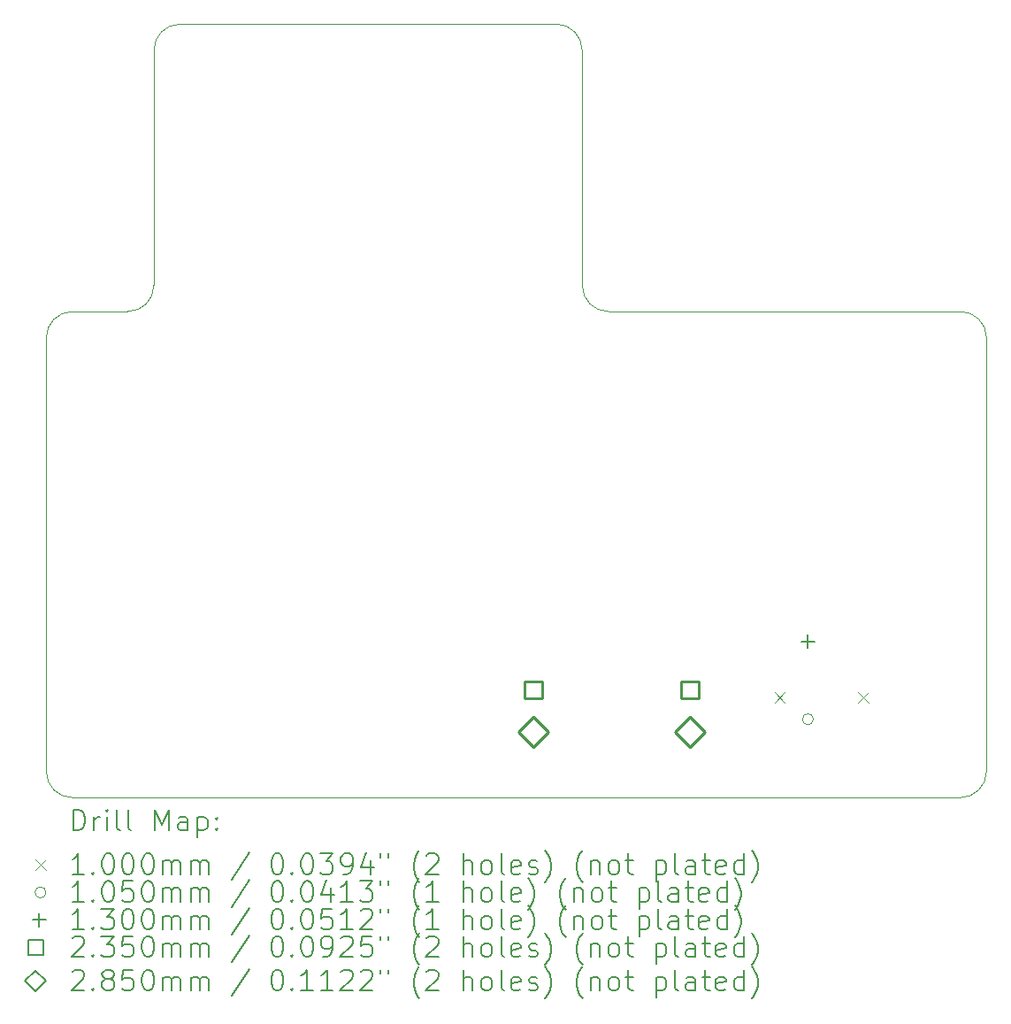
<source format=gbr>
%TF.GenerationSoftware,KiCad,Pcbnew,8.0.5*%
%TF.CreationDate,2024-10-07T01:51:23+09:00*%
%TF.ProjectId,fsk-energymeter,66736b2d-656e-4657-9267-796d65746572,v0.0.1*%
%TF.SameCoordinates,Original*%
%TF.FileFunction,Drillmap*%
%TF.FilePolarity,Positive*%
%FSLAX45Y45*%
G04 Gerber Fmt 4.5, Leading zero omitted, Abs format (unit mm)*
G04 Created by KiCad (PCBNEW 8.0.5) date 2024-10-07 01:51:23*
%MOMM*%
%LPD*%
G01*
G04 APERTURE LIST*
%ADD10C,0.050000*%
%ADD11C,0.200000*%
%ADD12C,0.100000*%
%ADD13C,0.105000*%
%ADD14C,0.130000*%
%ADD15C,0.235000*%
%ADD16C,0.285000*%
G04 APERTURE END LIST*
D10*
X17050000Y-7460000D02*
X17050000Y-11610000D01*
X12930000Y-4460000D02*
G75*
G02*
X13180000Y-4710000I0J-250000D01*
G01*
X16800000Y-11860000D02*
X8300000Y-11860000D01*
X8300000Y-7210000D02*
X8830000Y-7210000D01*
X17050000Y-11610000D02*
G75*
G02*
X16800000Y-11860000I-250000J0D01*
G01*
X16800000Y-7210000D02*
G75*
G02*
X17050000Y-7460000I0J-250000D01*
G01*
X13430000Y-7210000D02*
X16800000Y-7210000D01*
X9080000Y-6960000D02*
G75*
G02*
X8830000Y-7210000I-250000J0D01*
G01*
X8050000Y-11610000D02*
X8050000Y-7460000D01*
X8300000Y-11860000D02*
G75*
G02*
X8050000Y-11610000I0J250000D01*
G01*
X13430000Y-7210000D02*
G75*
G02*
X13180000Y-6960000I0J250000D01*
G01*
X13180000Y-4710000D02*
X13180000Y-6960000D01*
X8050000Y-7460000D02*
G75*
G02*
X8300000Y-7210000I250000J0D01*
G01*
X9080000Y-4710000D02*
G75*
G02*
X9330000Y-4460000I250000J0D01*
G01*
X9080000Y-6960000D02*
X9080000Y-4710000D01*
X9330000Y-4460000D02*
X12930000Y-4460000D01*
D11*
D12*
X15020000Y-10850000D02*
X15120000Y-10950000D01*
X15120000Y-10850000D02*
X15020000Y-10950000D01*
X15820000Y-10850000D02*
X15920000Y-10950000D01*
X15920000Y-10850000D02*
X15820000Y-10950000D01*
D13*
X15392500Y-11110000D02*
G75*
G02*
X15287500Y-11110000I-52500J0D01*
G01*
X15287500Y-11110000D02*
G75*
G02*
X15392500Y-11110000I52500J0D01*
G01*
D14*
X15340000Y-10300000D02*
X15340000Y-10430000D01*
X15275000Y-10365000D02*
X15405000Y-10365000D01*
D15*
X12793086Y-10913086D02*
X12793086Y-10746914D01*
X12626914Y-10746914D01*
X12626914Y-10913086D01*
X12793086Y-10913086D01*
X14293086Y-10913086D02*
X14293086Y-10746914D01*
X14126914Y-10746914D01*
X14126914Y-10913086D01*
X14293086Y-10913086D01*
D16*
X12710000Y-11372500D02*
X12852500Y-11230000D01*
X12710000Y-11087500D01*
X12567500Y-11230000D01*
X12710000Y-11372500D01*
X14210000Y-11372500D02*
X14352500Y-11230000D01*
X14210000Y-11087500D01*
X14067500Y-11230000D01*
X14210000Y-11372500D01*
D11*
X8308277Y-12173984D02*
X8308277Y-11973984D01*
X8308277Y-11973984D02*
X8355896Y-11973984D01*
X8355896Y-11973984D02*
X8384467Y-11983508D01*
X8384467Y-11983508D02*
X8403515Y-12002555D01*
X8403515Y-12002555D02*
X8413039Y-12021603D01*
X8413039Y-12021603D02*
X8422563Y-12059698D01*
X8422563Y-12059698D02*
X8422563Y-12088269D01*
X8422563Y-12088269D02*
X8413039Y-12126365D01*
X8413039Y-12126365D02*
X8403515Y-12145412D01*
X8403515Y-12145412D02*
X8384467Y-12164460D01*
X8384467Y-12164460D02*
X8355896Y-12173984D01*
X8355896Y-12173984D02*
X8308277Y-12173984D01*
X8508277Y-12173984D02*
X8508277Y-12040650D01*
X8508277Y-12078746D02*
X8517801Y-12059698D01*
X8517801Y-12059698D02*
X8527324Y-12050174D01*
X8527324Y-12050174D02*
X8546372Y-12040650D01*
X8546372Y-12040650D02*
X8565420Y-12040650D01*
X8632086Y-12173984D02*
X8632086Y-12040650D01*
X8632086Y-11973984D02*
X8622563Y-11983508D01*
X8622563Y-11983508D02*
X8632086Y-11993031D01*
X8632086Y-11993031D02*
X8641610Y-11983508D01*
X8641610Y-11983508D02*
X8632086Y-11973984D01*
X8632086Y-11973984D02*
X8632086Y-11993031D01*
X8755896Y-12173984D02*
X8736848Y-12164460D01*
X8736848Y-12164460D02*
X8727324Y-12145412D01*
X8727324Y-12145412D02*
X8727324Y-11973984D01*
X8860658Y-12173984D02*
X8841610Y-12164460D01*
X8841610Y-12164460D02*
X8832086Y-12145412D01*
X8832086Y-12145412D02*
X8832086Y-11973984D01*
X9089229Y-12173984D02*
X9089229Y-11973984D01*
X9089229Y-11973984D02*
X9155896Y-12116841D01*
X9155896Y-12116841D02*
X9222563Y-11973984D01*
X9222563Y-11973984D02*
X9222563Y-12173984D01*
X9403515Y-12173984D02*
X9403515Y-12069222D01*
X9403515Y-12069222D02*
X9393991Y-12050174D01*
X9393991Y-12050174D02*
X9374944Y-12040650D01*
X9374944Y-12040650D02*
X9336848Y-12040650D01*
X9336848Y-12040650D02*
X9317801Y-12050174D01*
X9403515Y-12164460D02*
X9384467Y-12173984D01*
X9384467Y-12173984D02*
X9336848Y-12173984D01*
X9336848Y-12173984D02*
X9317801Y-12164460D01*
X9317801Y-12164460D02*
X9308277Y-12145412D01*
X9308277Y-12145412D02*
X9308277Y-12126365D01*
X9308277Y-12126365D02*
X9317801Y-12107317D01*
X9317801Y-12107317D02*
X9336848Y-12097793D01*
X9336848Y-12097793D02*
X9384467Y-12097793D01*
X9384467Y-12097793D02*
X9403515Y-12088269D01*
X9498753Y-12040650D02*
X9498753Y-12240650D01*
X9498753Y-12050174D02*
X9517801Y-12040650D01*
X9517801Y-12040650D02*
X9555896Y-12040650D01*
X9555896Y-12040650D02*
X9574944Y-12050174D01*
X9574944Y-12050174D02*
X9584467Y-12059698D01*
X9584467Y-12059698D02*
X9593991Y-12078746D01*
X9593991Y-12078746D02*
X9593991Y-12135888D01*
X9593991Y-12135888D02*
X9584467Y-12154936D01*
X9584467Y-12154936D02*
X9574944Y-12164460D01*
X9574944Y-12164460D02*
X9555896Y-12173984D01*
X9555896Y-12173984D02*
X9517801Y-12173984D01*
X9517801Y-12173984D02*
X9498753Y-12164460D01*
X9679705Y-12154936D02*
X9689229Y-12164460D01*
X9689229Y-12164460D02*
X9679705Y-12173984D01*
X9679705Y-12173984D02*
X9670182Y-12164460D01*
X9670182Y-12164460D02*
X9679705Y-12154936D01*
X9679705Y-12154936D02*
X9679705Y-12173984D01*
X9679705Y-12050174D02*
X9689229Y-12059698D01*
X9689229Y-12059698D02*
X9679705Y-12069222D01*
X9679705Y-12069222D02*
X9670182Y-12059698D01*
X9670182Y-12059698D02*
X9679705Y-12050174D01*
X9679705Y-12050174D02*
X9679705Y-12069222D01*
D12*
X7947500Y-12452500D02*
X8047500Y-12552500D01*
X8047500Y-12452500D02*
X7947500Y-12552500D01*
D11*
X8413039Y-12593984D02*
X8298753Y-12593984D01*
X8355896Y-12593984D02*
X8355896Y-12393984D01*
X8355896Y-12393984D02*
X8336848Y-12422555D01*
X8336848Y-12422555D02*
X8317801Y-12441603D01*
X8317801Y-12441603D02*
X8298753Y-12451127D01*
X8498753Y-12574936D02*
X8508277Y-12584460D01*
X8508277Y-12584460D02*
X8498753Y-12593984D01*
X8498753Y-12593984D02*
X8489229Y-12584460D01*
X8489229Y-12584460D02*
X8498753Y-12574936D01*
X8498753Y-12574936D02*
X8498753Y-12593984D01*
X8632086Y-12393984D02*
X8651134Y-12393984D01*
X8651134Y-12393984D02*
X8670182Y-12403508D01*
X8670182Y-12403508D02*
X8679705Y-12413031D01*
X8679705Y-12413031D02*
X8689229Y-12432079D01*
X8689229Y-12432079D02*
X8698753Y-12470174D01*
X8698753Y-12470174D02*
X8698753Y-12517793D01*
X8698753Y-12517793D02*
X8689229Y-12555888D01*
X8689229Y-12555888D02*
X8679705Y-12574936D01*
X8679705Y-12574936D02*
X8670182Y-12584460D01*
X8670182Y-12584460D02*
X8651134Y-12593984D01*
X8651134Y-12593984D02*
X8632086Y-12593984D01*
X8632086Y-12593984D02*
X8613039Y-12584460D01*
X8613039Y-12584460D02*
X8603515Y-12574936D01*
X8603515Y-12574936D02*
X8593991Y-12555888D01*
X8593991Y-12555888D02*
X8584467Y-12517793D01*
X8584467Y-12517793D02*
X8584467Y-12470174D01*
X8584467Y-12470174D02*
X8593991Y-12432079D01*
X8593991Y-12432079D02*
X8603515Y-12413031D01*
X8603515Y-12413031D02*
X8613039Y-12403508D01*
X8613039Y-12403508D02*
X8632086Y-12393984D01*
X8822563Y-12393984D02*
X8841610Y-12393984D01*
X8841610Y-12393984D02*
X8860658Y-12403508D01*
X8860658Y-12403508D02*
X8870182Y-12413031D01*
X8870182Y-12413031D02*
X8879705Y-12432079D01*
X8879705Y-12432079D02*
X8889229Y-12470174D01*
X8889229Y-12470174D02*
X8889229Y-12517793D01*
X8889229Y-12517793D02*
X8879705Y-12555888D01*
X8879705Y-12555888D02*
X8870182Y-12574936D01*
X8870182Y-12574936D02*
X8860658Y-12584460D01*
X8860658Y-12584460D02*
X8841610Y-12593984D01*
X8841610Y-12593984D02*
X8822563Y-12593984D01*
X8822563Y-12593984D02*
X8803515Y-12584460D01*
X8803515Y-12584460D02*
X8793991Y-12574936D01*
X8793991Y-12574936D02*
X8784467Y-12555888D01*
X8784467Y-12555888D02*
X8774944Y-12517793D01*
X8774944Y-12517793D02*
X8774944Y-12470174D01*
X8774944Y-12470174D02*
X8784467Y-12432079D01*
X8784467Y-12432079D02*
X8793991Y-12413031D01*
X8793991Y-12413031D02*
X8803515Y-12403508D01*
X8803515Y-12403508D02*
X8822563Y-12393984D01*
X9013039Y-12393984D02*
X9032086Y-12393984D01*
X9032086Y-12393984D02*
X9051134Y-12403508D01*
X9051134Y-12403508D02*
X9060658Y-12413031D01*
X9060658Y-12413031D02*
X9070182Y-12432079D01*
X9070182Y-12432079D02*
X9079705Y-12470174D01*
X9079705Y-12470174D02*
X9079705Y-12517793D01*
X9079705Y-12517793D02*
X9070182Y-12555888D01*
X9070182Y-12555888D02*
X9060658Y-12574936D01*
X9060658Y-12574936D02*
X9051134Y-12584460D01*
X9051134Y-12584460D02*
X9032086Y-12593984D01*
X9032086Y-12593984D02*
X9013039Y-12593984D01*
X9013039Y-12593984D02*
X8993991Y-12584460D01*
X8993991Y-12584460D02*
X8984467Y-12574936D01*
X8984467Y-12574936D02*
X8974944Y-12555888D01*
X8974944Y-12555888D02*
X8965420Y-12517793D01*
X8965420Y-12517793D02*
X8965420Y-12470174D01*
X8965420Y-12470174D02*
X8974944Y-12432079D01*
X8974944Y-12432079D02*
X8984467Y-12413031D01*
X8984467Y-12413031D02*
X8993991Y-12403508D01*
X8993991Y-12403508D02*
X9013039Y-12393984D01*
X9165420Y-12593984D02*
X9165420Y-12460650D01*
X9165420Y-12479698D02*
X9174944Y-12470174D01*
X9174944Y-12470174D02*
X9193991Y-12460650D01*
X9193991Y-12460650D02*
X9222563Y-12460650D01*
X9222563Y-12460650D02*
X9241610Y-12470174D01*
X9241610Y-12470174D02*
X9251134Y-12489222D01*
X9251134Y-12489222D02*
X9251134Y-12593984D01*
X9251134Y-12489222D02*
X9260658Y-12470174D01*
X9260658Y-12470174D02*
X9279705Y-12460650D01*
X9279705Y-12460650D02*
X9308277Y-12460650D01*
X9308277Y-12460650D02*
X9327325Y-12470174D01*
X9327325Y-12470174D02*
X9336848Y-12489222D01*
X9336848Y-12489222D02*
X9336848Y-12593984D01*
X9432086Y-12593984D02*
X9432086Y-12460650D01*
X9432086Y-12479698D02*
X9441610Y-12470174D01*
X9441610Y-12470174D02*
X9460658Y-12460650D01*
X9460658Y-12460650D02*
X9489229Y-12460650D01*
X9489229Y-12460650D02*
X9508277Y-12470174D01*
X9508277Y-12470174D02*
X9517801Y-12489222D01*
X9517801Y-12489222D02*
X9517801Y-12593984D01*
X9517801Y-12489222D02*
X9527325Y-12470174D01*
X9527325Y-12470174D02*
X9546372Y-12460650D01*
X9546372Y-12460650D02*
X9574944Y-12460650D01*
X9574944Y-12460650D02*
X9593991Y-12470174D01*
X9593991Y-12470174D02*
X9603515Y-12489222D01*
X9603515Y-12489222D02*
X9603515Y-12593984D01*
X9993991Y-12384460D02*
X9822563Y-12641603D01*
X10251134Y-12393984D02*
X10270182Y-12393984D01*
X10270182Y-12393984D02*
X10289229Y-12403508D01*
X10289229Y-12403508D02*
X10298753Y-12413031D01*
X10298753Y-12413031D02*
X10308277Y-12432079D01*
X10308277Y-12432079D02*
X10317801Y-12470174D01*
X10317801Y-12470174D02*
X10317801Y-12517793D01*
X10317801Y-12517793D02*
X10308277Y-12555888D01*
X10308277Y-12555888D02*
X10298753Y-12574936D01*
X10298753Y-12574936D02*
X10289229Y-12584460D01*
X10289229Y-12584460D02*
X10270182Y-12593984D01*
X10270182Y-12593984D02*
X10251134Y-12593984D01*
X10251134Y-12593984D02*
X10232087Y-12584460D01*
X10232087Y-12584460D02*
X10222563Y-12574936D01*
X10222563Y-12574936D02*
X10213039Y-12555888D01*
X10213039Y-12555888D02*
X10203515Y-12517793D01*
X10203515Y-12517793D02*
X10203515Y-12470174D01*
X10203515Y-12470174D02*
X10213039Y-12432079D01*
X10213039Y-12432079D02*
X10222563Y-12413031D01*
X10222563Y-12413031D02*
X10232087Y-12403508D01*
X10232087Y-12403508D02*
X10251134Y-12393984D01*
X10403515Y-12574936D02*
X10413039Y-12584460D01*
X10413039Y-12584460D02*
X10403515Y-12593984D01*
X10403515Y-12593984D02*
X10393991Y-12584460D01*
X10393991Y-12584460D02*
X10403515Y-12574936D01*
X10403515Y-12574936D02*
X10403515Y-12593984D01*
X10536848Y-12393984D02*
X10555896Y-12393984D01*
X10555896Y-12393984D02*
X10574944Y-12403508D01*
X10574944Y-12403508D02*
X10584468Y-12413031D01*
X10584468Y-12413031D02*
X10593991Y-12432079D01*
X10593991Y-12432079D02*
X10603515Y-12470174D01*
X10603515Y-12470174D02*
X10603515Y-12517793D01*
X10603515Y-12517793D02*
X10593991Y-12555888D01*
X10593991Y-12555888D02*
X10584468Y-12574936D01*
X10584468Y-12574936D02*
X10574944Y-12584460D01*
X10574944Y-12584460D02*
X10555896Y-12593984D01*
X10555896Y-12593984D02*
X10536848Y-12593984D01*
X10536848Y-12593984D02*
X10517801Y-12584460D01*
X10517801Y-12584460D02*
X10508277Y-12574936D01*
X10508277Y-12574936D02*
X10498753Y-12555888D01*
X10498753Y-12555888D02*
X10489229Y-12517793D01*
X10489229Y-12517793D02*
X10489229Y-12470174D01*
X10489229Y-12470174D02*
X10498753Y-12432079D01*
X10498753Y-12432079D02*
X10508277Y-12413031D01*
X10508277Y-12413031D02*
X10517801Y-12403508D01*
X10517801Y-12403508D02*
X10536848Y-12393984D01*
X10670182Y-12393984D02*
X10793991Y-12393984D01*
X10793991Y-12393984D02*
X10727325Y-12470174D01*
X10727325Y-12470174D02*
X10755896Y-12470174D01*
X10755896Y-12470174D02*
X10774944Y-12479698D01*
X10774944Y-12479698D02*
X10784468Y-12489222D01*
X10784468Y-12489222D02*
X10793991Y-12508269D01*
X10793991Y-12508269D02*
X10793991Y-12555888D01*
X10793991Y-12555888D02*
X10784468Y-12574936D01*
X10784468Y-12574936D02*
X10774944Y-12584460D01*
X10774944Y-12584460D02*
X10755896Y-12593984D01*
X10755896Y-12593984D02*
X10698753Y-12593984D01*
X10698753Y-12593984D02*
X10679706Y-12584460D01*
X10679706Y-12584460D02*
X10670182Y-12574936D01*
X10889229Y-12593984D02*
X10927325Y-12593984D01*
X10927325Y-12593984D02*
X10946372Y-12584460D01*
X10946372Y-12584460D02*
X10955896Y-12574936D01*
X10955896Y-12574936D02*
X10974944Y-12546365D01*
X10974944Y-12546365D02*
X10984468Y-12508269D01*
X10984468Y-12508269D02*
X10984468Y-12432079D01*
X10984468Y-12432079D02*
X10974944Y-12413031D01*
X10974944Y-12413031D02*
X10965420Y-12403508D01*
X10965420Y-12403508D02*
X10946372Y-12393984D01*
X10946372Y-12393984D02*
X10908277Y-12393984D01*
X10908277Y-12393984D02*
X10889229Y-12403508D01*
X10889229Y-12403508D02*
X10879706Y-12413031D01*
X10879706Y-12413031D02*
X10870182Y-12432079D01*
X10870182Y-12432079D02*
X10870182Y-12479698D01*
X10870182Y-12479698D02*
X10879706Y-12498746D01*
X10879706Y-12498746D02*
X10889229Y-12508269D01*
X10889229Y-12508269D02*
X10908277Y-12517793D01*
X10908277Y-12517793D02*
X10946372Y-12517793D01*
X10946372Y-12517793D02*
X10965420Y-12508269D01*
X10965420Y-12508269D02*
X10974944Y-12498746D01*
X10974944Y-12498746D02*
X10984468Y-12479698D01*
X11155896Y-12460650D02*
X11155896Y-12593984D01*
X11108277Y-12384460D02*
X11060658Y-12527317D01*
X11060658Y-12527317D02*
X11184468Y-12527317D01*
X11251134Y-12393984D02*
X11251134Y-12432079D01*
X11327325Y-12393984D02*
X11327325Y-12432079D01*
X11622563Y-12670174D02*
X11613039Y-12660650D01*
X11613039Y-12660650D02*
X11593991Y-12632079D01*
X11593991Y-12632079D02*
X11584468Y-12613031D01*
X11584468Y-12613031D02*
X11574944Y-12584460D01*
X11574944Y-12584460D02*
X11565420Y-12536841D01*
X11565420Y-12536841D02*
X11565420Y-12498746D01*
X11565420Y-12498746D02*
X11574944Y-12451127D01*
X11574944Y-12451127D02*
X11584468Y-12422555D01*
X11584468Y-12422555D02*
X11593991Y-12403508D01*
X11593991Y-12403508D02*
X11613039Y-12374936D01*
X11613039Y-12374936D02*
X11622563Y-12365412D01*
X11689229Y-12413031D02*
X11698753Y-12403508D01*
X11698753Y-12403508D02*
X11717801Y-12393984D01*
X11717801Y-12393984D02*
X11765420Y-12393984D01*
X11765420Y-12393984D02*
X11784468Y-12403508D01*
X11784468Y-12403508D02*
X11793991Y-12413031D01*
X11793991Y-12413031D02*
X11803515Y-12432079D01*
X11803515Y-12432079D02*
X11803515Y-12451127D01*
X11803515Y-12451127D02*
X11793991Y-12479698D01*
X11793991Y-12479698D02*
X11679706Y-12593984D01*
X11679706Y-12593984D02*
X11803515Y-12593984D01*
X12041610Y-12593984D02*
X12041610Y-12393984D01*
X12127325Y-12593984D02*
X12127325Y-12489222D01*
X12127325Y-12489222D02*
X12117801Y-12470174D01*
X12117801Y-12470174D02*
X12098753Y-12460650D01*
X12098753Y-12460650D02*
X12070182Y-12460650D01*
X12070182Y-12460650D02*
X12051134Y-12470174D01*
X12051134Y-12470174D02*
X12041610Y-12479698D01*
X12251134Y-12593984D02*
X12232087Y-12584460D01*
X12232087Y-12584460D02*
X12222563Y-12574936D01*
X12222563Y-12574936D02*
X12213039Y-12555888D01*
X12213039Y-12555888D02*
X12213039Y-12498746D01*
X12213039Y-12498746D02*
X12222563Y-12479698D01*
X12222563Y-12479698D02*
X12232087Y-12470174D01*
X12232087Y-12470174D02*
X12251134Y-12460650D01*
X12251134Y-12460650D02*
X12279706Y-12460650D01*
X12279706Y-12460650D02*
X12298753Y-12470174D01*
X12298753Y-12470174D02*
X12308277Y-12479698D01*
X12308277Y-12479698D02*
X12317801Y-12498746D01*
X12317801Y-12498746D02*
X12317801Y-12555888D01*
X12317801Y-12555888D02*
X12308277Y-12574936D01*
X12308277Y-12574936D02*
X12298753Y-12584460D01*
X12298753Y-12584460D02*
X12279706Y-12593984D01*
X12279706Y-12593984D02*
X12251134Y-12593984D01*
X12432087Y-12593984D02*
X12413039Y-12584460D01*
X12413039Y-12584460D02*
X12403515Y-12565412D01*
X12403515Y-12565412D02*
X12403515Y-12393984D01*
X12584468Y-12584460D02*
X12565420Y-12593984D01*
X12565420Y-12593984D02*
X12527325Y-12593984D01*
X12527325Y-12593984D02*
X12508277Y-12584460D01*
X12508277Y-12584460D02*
X12498753Y-12565412D01*
X12498753Y-12565412D02*
X12498753Y-12489222D01*
X12498753Y-12489222D02*
X12508277Y-12470174D01*
X12508277Y-12470174D02*
X12527325Y-12460650D01*
X12527325Y-12460650D02*
X12565420Y-12460650D01*
X12565420Y-12460650D02*
X12584468Y-12470174D01*
X12584468Y-12470174D02*
X12593991Y-12489222D01*
X12593991Y-12489222D02*
X12593991Y-12508269D01*
X12593991Y-12508269D02*
X12498753Y-12527317D01*
X12670182Y-12584460D02*
X12689230Y-12593984D01*
X12689230Y-12593984D02*
X12727325Y-12593984D01*
X12727325Y-12593984D02*
X12746372Y-12584460D01*
X12746372Y-12584460D02*
X12755896Y-12565412D01*
X12755896Y-12565412D02*
X12755896Y-12555888D01*
X12755896Y-12555888D02*
X12746372Y-12536841D01*
X12746372Y-12536841D02*
X12727325Y-12527317D01*
X12727325Y-12527317D02*
X12698753Y-12527317D01*
X12698753Y-12527317D02*
X12679706Y-12517793D01*
X12679706Y-12517793D02*
X12670182Y-12498746D01*
X12670182Y-12498746D02*
X12670182Y-12489222D01*
X12670182Y-12489222D02*
X12679706Y-12470174D01*
X12679706Y-12470174D02*
X12698753Y-12460650D01*
X12698753Y-12460650D02*
X12727325Y-12460650D01*
X12727325Y-12460650D02*
X12746372Y-12470174D01*
X12822563Y-12670174D02*
X12832087Y-12660650D01*
X12832087Y-12660650D02*
X12851134Y-12632079D01*
X12851134Y-12632079D02*
X12860658Y-12613031D01*
X12860658Y-12613031D02*
X12870182Y-12584460D01*
X12870182Y-12584460D02*
X12879706Y-12536841D01*
X12879706Y-12536841D02*
X12879706Y-12498746D01*
X12879706Y-12498746D02*
X12870182Y-12451127D01*
X12870182Y-12451127D02*
X12860658Y-12422555D01*
X12860658Y-12422555D02*
X12851134Y-12403508D01*
X12851134Y-12403508D02*
X12832087Y-12374936D01*
X12832087Y-12374936D02*
X12822563Y-12365412D01*
X13184468Y-12670174D02*
X13174944Y-12660650D01*
X13174944Y-12660650D02*
X13155896Y-12632079D01*
X13155896Y-12632079D02*
X13146372Y-12613031D01*
X13146372Y-12613031D02*
X13136849Y-12584460D01*
X13136849Y-12584460D02*
X13127325Y-12536841D01*
X13127325Y-12536841D02*
X13127325Y-12498746D01*
X13127325Y-12498746D02*
X13136849Y-12451127D01*
X13136849Y-12451127D02*
X13146372Y-12422555D01*
X13146372Y-12422555D02*
X13155896Y-12403508D01*
X13155896Y-12403508D02*
X13174944Y-12374936D01*
X13174944Y-12374936D02*
X13184468Y-12365412D01*
X13260658Y-12460650D02*
X13260658Y-12593984D01*
X13260658Y-12479698D02*
X13270182Y-12470174D01*
X13270182Y-12470174D02*
X13289230Y-12460650D01*
X13289230Y-12460650D02*
X13317801Y-12460650D01*
X13317801Y-12460650D02*
X13336849Y-12470174D01*
X13336849Y-12470174D02*
X13346372Y-12489222D01*
X13346372Y-12489222D02*
X13346372Y-12593984D01*
X13470182Y-12593984D02*
X13451134Y-12584460D01*
X13451134Y-12584460D02*
X13441611Y-12574936D01*
X13441611Y-12574936D02*
X13432087Y-12555888D01*
X13432087Y-12555888D02*
X13432087Y-12498746D01*
X13432087Y-12498746D02*
X13441611Y-12479698D01*
X13441611Y-12479698D02*
X13451134Y-12470174D01*
X13451134Y-12470174D02*
X13470182Y-12460650D01*
X13470182Y-12460650D02*
X13498753Y-12460650D01*
X13498753Y-12460650D02*
X13517801Y-12470174D01*
X13517801Y-12470174D02*
X13527325Y-12479698D01*
X13527325Y-12479698D02*
X13536849Y-12498746D01*
X13536849Y-12498746D02*
X13536849Y-12555888D01*
X13536849Y-12555888D02*
X13527325Y-12574936D01*
X13527325Y-12574936D02*
X13517801Y-12584460D01*
X13517801Y-12584460D02*
X13498753Y-12593984D01*
X13498753Y-12593984D02*
X13470182Y-12593984D01*
X13593992Y-12460650D02*
X13670182Y-12460650D01*
X13622563Y-12393984D02*
X13622563Y-12565412D01*
X13622563Y-12565412D02*
X13632087Y-12584460D01*
X13632087Y-12584460D02*
X13651134Y-12593984D01*
X13651134Y-12593984D02*
X13670182Y-12593984D01*
X13889230Y-12460650D02*
X13889230Y-12660650D01*
X13889230Y-12470174D02*
X13908277Y-12460650D01*
X13908277Y-12460650D02*
X13946373Y-12460650D01*
X13946373Y-12460650D02*
X13965420Y-12470174D01*
X13965420Y-12470174D02*
X13974944Y-12479698D01*
X13974944Y-12479698D02*
X13984468Y-12498746D01*
X13984468Y-12498746D02*
X13984468Y-12555888D01*
X13984468Y-12555888D02*
X13974944Y-12574936D01*
X13974944Y-12574936D02*
X13965420Y-12584460D01*
X13965420Y-12584460D02*
X13946373Y-12593984D01*
X13946373Y-12593984D02*
X13908277Y-12593984D01*
X13908277Y-12593984D02*
X13889230Y-12584460D01*
X14098753Y-12593984D02*
X14079706Y-12584460D01*
X14079706Y-12584460D02*
X14070182Y-12565412D01*
X14070182Y-12565412D02*
X14070182Y-12393984D01*
X14260658Y-12593984D02*
X14260658Y-12489222D01*
X14260658Y-12489222D02*
X14251134Y-12470174D01*
X14251134Y-12470174D02*
X14232087Y-12460650D01*
X14232087Y-12460650D02*
X14193992Y-12460650D01*
X14193992Y-12460650D02*
X14174944Y-12470174D01*
X14260658Y-12584460D02*
X14241611Y-12593984D01*
X14241611Y-12593984D02*
X14193992Y-12593984D01*
X14193992Y-12593984D02*
X14174944Y-12584460D01*
X14174944Y-12584460D02*
X14165420Y-12565412D01*
X14165420Y-12565412D02*
X14165420Y-12546365D01*
X14165420Y-12546365D02*
X14174944Y-12527317D01*
X14174944Y-12527317D02*
X14193992Y-12517793D01*
X14193992Y-12517793D02*
X14241611Y-12517793D01*
X14241611Y-12517793D02*
X14260658Y-12508269D01*
X14327325Y-12460650D02*
X14403515Y-12460650D01*
X14355896Y-12393984D02*
X14355896Y-12565412D01*
X14355896Y-12565412D02*
X14365420Y-12584460D01*
X14365420Y-12584460D02*
X14384468Y-12593984D01*
X14384468Y-12593984D02*
X14403515Y-12593984D01*
X14546373Y-12584460D02*
X14527325Y-12593984D01*
X14527325Y-12593984D02*
X14489230Y-12593984D01*
X14489230Y-12593984D02*
X14470182Y-12584460D01*
X14470182Y-12584460D02*
X14460658Y-12565412D01*
X14460658Y-12565412D02*
X14460658Y-12489222D01*
X14460658Y-12489222D02*
X14470182Y-12470174D01*
X14470182Y-12470174D02*
X14489230Y-12460650D01*
X14489230Y-12460650D02*
X14527325Y-12460650D01*
X14527325Y-12460650D02*
X14546373Y-12470174D01*
X14546373Y-12470174D02*
X14555896Y-12489222D01*
X14555896Y-12489222D02*
X14555896Y-12508269D01*
X14555896Y-12508269D02*
X14460658Y-12527317D01*
X14727325Y-12593984D02*
X14727325Y-12393984D01*
X14727325Y-12584460D02*
X14708277Y-12593984D01*
X14708277Y-12593984D02*
X14670182Y-12593984D01*
X14670182Y-12593984D02*
X14651134Y-12584460D01*
X14651134Y-12584460D02*
X14641611Y-12574936D01*
X14641611Y-12574936D02*
X14632087Y-12555888D01*
X14632087Y-12555888D02*
X14632087Y-12498746D01*
X14632087Y-12498746D02*
X14641611Y-12479698D01*
X14641611Y-12479698D02*
X14651134Y-12470174D01*
X14651134Y-12470174D02*
X14670182Y-12460650D01*
X14670182Y-12460650D02*
X14708277Y-12460650D01*
X14708277Y-12460650D02*
X14727325Y-12470174D01*
X14803515Y-12670174D02*
X14813039Y-12660650D01*
X14813039Y-12660650D02*
X14832087Y-12632079D01*
X14832087Y-12632079D02*
X14841611Y-12613031D01*
X14841611Y-12613031D02*
X14851134Y-12584460D01*
X14851134Y-12584460D02*
X14860658Y-12536841D01*
X14860658Y-12536841D02*
X14860658Y-12498746D01*
X14860658Y-12498746D02*
X14851134Y-12451127D01*
X14851134Y-12451127D02*
X14841611Y-12422555D01*
X14841611Y-12422555D02*
X14832087Y-12403508D01*
X14832087Y-12403508D02*
X14813039Y-12374936D01*
X14813039Y-12374936D02*
X14803515Y-12365412D01*
D13*
X8047500Y-12766500D02*
G75*
G02*
X7942500Y-12766500I-52500J0D01*
G01*
X7942500Y-12766500D02*
G75*
G02*
X8047500Y-12766500I52500J0D01*
G01*
D11*
X8413039Y-12857984D02*
X8298753Y-12857984D01*
X8355896Y-12857984D02*
X8355896Y-12657984D01*
X8355896Y-12657984D02*
X8336848Y-12686555D01*
X8336848Y-12686555D02*
X8317801Y-12705603D01*
X8317801Y-12705603D02*
X8298753Y-12715127D01*
X8498753Y-12838936D02*
X8508277Y-12848460D01*
X8508277Y-12848460D02*
X8498753Y-12857984D01*
X8498753Y-12857984D02*
X8489229Y-12848460D01*
X8489229Y-12848460D02*
X8498753Y-12838936D01*
X8498753Y-12838936D02*
X8498753Y-12857984D01*
X8632086Y-12657984D02*
X8651134Y-12657984D01*
X8651134Y-12657984D02*
X8670182Y-12667508D01*
X8670182Y-12667508D02*
X8679705Y-12677031D01*
X8679705Y-12677031D02*
X8689229Y-12696079D01*
X8689229Y-12696079D02*
X8698753Y-12734174D01*
X8698753Y-12734174D02*
X8698753Y-12781793D01*
X8698753Y-12781793D02*
X8689229Y-12819888D01*
X8689229Y-12819888D02*
X8679705Y-12838936D01*
X8679705Y-12838936D02*
X8670182Y-12848460D01*
X8670182Y-12848460D02*
X8651134Y-12857984D01*
X8651134Y-12857984D02*
X8632086Y-12857984D01*
X8632086Y-12857984D02*
X8613039Y-12848460D01*
X8613039Y-12848460D02*
X8603515Y-12838936D01*
X8603515Y-12838936D02*
X8593991Y-12819888D01*
X8593991Y-12819888D02*
X8584467Y-12781793D01*
X8584467Y-12781793D02*
X8584467Y-12734174D01*
X8584467Y-12734174D02*
X8593991Y-12696079D01*
X8593991Y-12696079D02*
X8603515Y-12677031D01*
X8603515Y-12677031D02*
X8613039Y-12667508D01*
X8613039Y-12667508D02*
X8632086Y-12657984D01*
X8879705Y-12657984D02*
X8784467Y-12657984D01*
X8784467Y-12657984D02*
X8774944Y-12753222D01*
X8774944Y-12753222D02*
X8784467Y-12743698D01*
X8784467Y-12743698D02*
X8803515Y-12734174D01*
X8803515Y-12734174D02*
X8851134Y-12734174D01*
X8851134Y-12734174D02*
X8870182Y-12743698D01*
X8870182Y-12743698D02*
X8879705Y-12753222D01*
X8879705Y-12753222D02*
X8889229Y-12772269D01*
X8889229Y-12772269D02*
X8889229Y-12819888D01*
X8889229Y-12819888D02*
X8879705Y-12838936D01*
X8879705Y-12838936D02*
X8870182Y-12848460D01*
X8870182Y-12848460D02*
X8851134Y-12857984D01*
X8851134Y-12857984D02*
X8803515Y-12857984D01*
X8803515Y-12857984D02*
X8784467Y-12848460D01*
X8784467Y-12848460D02*
X8774944Y-12838936D01*
X9013039Y-12657984D02*
X9032086Y-12657984D01*
X9032086Y-12657984D02*
X9051134Y-12667508D01*
X9051134Y-12667508D02*
X9060658Y-12677031D01*
X9060658Y-12677031D02*
X9070182Y-12696079D01*
X9070182Y-12696079D02*
X9079705Y-12734174D01*
X9079705Y-12734174D02*
X9079705Y-12781793D01*
X9079705Y-12781793D02*
X9070182Y-12819888D01*
X9070182Y-12819888D02*
X9060658Y-12838936D01*
X9060658Y-12838936D02*
X9051134Y-12848460D01*
X9051134Y-12848460D02*
X9032086Y-12857984D01*
X9032086Y-12857984D02*
X9013039Y-12857984D01*
X9013039Y-12857984D02*
X8993991Y-12848460D01*
X8993991Y-12848460D02*
X8984467Y-12838936D01*
X8984467Y-12838936D02*
X8974944Y-12819888D01*
X8974944Y-12819888D02*
X8965420Y-12781793D01*
X8965420Y-12781793D02*
X8965420Y-12734174D01*
X8965420Y-12734174D02*
X8974944Y-12696079D01*
X8974944Y-12696079D02*
X8984467Y-12677031D01*
X8984467Y-12677031D02*
X8993991Y-12667508D01*
X8993991Y-12667508D02*
X9013039Y-12657984D01*
X9165420Y-12857984D02*
X9165420Y-12724650D01*
X9165420Y-12743698D02*
X9174944Y-12734174D01*
X9174944Y-12734174D02*
X9193991Y-12724650D01*
X9193991Y-12724650D02*
X9222563Y-12724650D01*
X9222563Y-12724650D02*
X9241610Y-12734174D01*
X9241610Y-12734174D02*
X9251134Y-12753222D01*
X9251134Y-12753222D02*
X9251134Y-12857984D01*
X9251134Y-12753222D02*
X9260658Y-12734174D01*
X9260658Y-12734174D02*
X9279705Y-12724650D01*
X9279705Y-12724650D02*
X9308277Y-12724650D01*
X9308277Y-12724650D02*
X9327325Y-12734174D01*
X9327325Y-12734174D02*
X9336848Y-12753222D01*
X9336848Y-12753222D02*
X9336848Y-12857984D01*
X9432086Y-12857984D02*
X9432086Y-12724650D01*
X9432086Y-12743698D02*
X9441610Y-12734174D01*
X9441610Y-12734174D02*
X9460658Y-12724650D01*
X9460658Y-12724650D02*
X9489229Y-12724650D01*
X9489229Y-12724650D02*
X9508277Y-12734174D01*
X9508277Y-12734174D02*
X9517801Y-12753222D01*
X9517801Y-12753222D02*
X9517801Y-12857984D01*
X9517801Y-12753222D02*
X9527325Y-12734174D01*
X9527325Y-12734174D02*
X9546372Y-12724650D01*
X9546372Y-12724650D02*
X9574944Y-12724650D01*
X9574944Y-12724650D02*
X9593991Y-12734174D01*
X9593991Y-12734174D02*
X9603515Y-12753222D01*
X9603515Y-12753222D02*
X9603515Y-12857984D01*
X9993991Y-12648460D02*
X9822563Y-12905603D01*
X10251134Y-12657984D02*
X10270182Y-12657984D01*
X10270182Y-12657984D02*
X10289229Y-12667508D01*
X10289229Y-12667508D02*
X10298753Y-12677031D01*
X10298753Y-12677031D02*
X10308277Y-12696079D01*
X10308277Y-12696079D02*
X10317801Y-12734174D01*
X10317801Y-12734174D02*
X10317801Y-12781793D01*
X10317801Y-12781793D02*
X10308277Y-12819888D01*
X10308277Y-12819888D02*
X10298753Y-12838936D01*
X10298753Y-12838936D02*
X10289229Y-12848460D01*
X10289229Y-12848460D02*
X10270182Y-12857984D01*
X10270182Y-12857984D02*
X10251134Y-12857984D01*
X10251134Y-12857984D02*
X10232087Y-12848460D01*
X10232087Y-12848460D02*
X10222563Y-12838936D01*
X10222563Y-12838936D02*
X10213039Y-12819888D01*
X10213039Y-12819888D02*
X10203515Y-12781793D01*
X10203515Y-12781793D02*
X10203515Y-12734174D01*
X10203515Y-12734174D02*
X10213039Y-12696079D01*
X10213039Y-12696079D02*
X10222563Y-12677031D01*
X10222563Y-12677031D02*
X10232087Y-12667508D01*
X10232087Y-12667508D02*
X10251134Y-12657984D01*
X10403515Y-12838936D02*
X10413039Y-12848460D01*
X10413039Y-12848460D02*
X10403515Y-12857984D01*
X10403515Y-12857984D02*
X10393991Y-12848460D01*
X10393991Y-12848460D02*
X10403515Y-12838936D01*
X10403515Y-12838936D02*
X10403515Y-12857984D01*
X10536848Y-12657984D02*
X10555896Y-12657984D01*
X10555896Y-12657984D02*
X10574944Y-12667508D01*
X10574944Y-12667508D02*
X10584468Y-12677031D01*
X10584468Y-12677031D02*
X10593991Y-12696079D01*
X10593991Y-12696079D02*
X10603515Y-12734174D01*
X10603515Y-12734174D02*
X10603515Y-12781793D01*
X10603515Y-12781793D02*
X10593991Y-12819888D01*
X10593991Y-12819888D02*
X10584468Y-12838936D01*
X10584468Y-12838936D02*
X10574944Y-12848460D01*
X10574944Y-12848460D02*
X10555896Y-12857984D01*
X10555896Y-12857984D02*
X10536848Y-12857984D01*
X10536848Y-12857984D02*
X10517801Y-12848460D01*
X10517801Y-12848460D02*
X10508277Y-12838936D01*
X10508277Y-12838936D02*
X10498753Y-12819888D01*
X10498753Y-12819888D02*
X10489229Y-12781793D01*
X10489229Y-12781793D02*
X10489229Y-12734174D01*
X10489229Y-12734174D02*
X10498753Y-12696079D01*
X10498753Y-12696079D02*
X10508277Y-12677031D01*
X10508277Y-12677031D02*
X10517801Y-12667508D01*
X10517801Y-12667508D02*
X10536848Y-12657984D01*
X10774944Y-12724650D02*
X10774944Y-12857984D01*
X10727325Y-12648460D02*
X10679706Y-12791317D01*
X10679706Y-12791317D02*
X10803515Y-12791317D01*
X10984468Y-12857984D02*
X10870182Y-12857984D01*
X10927325Y-12857984D02*
X10927325Y-12657984D01*
X10927325Y-12657984D02*
X10908277Y-12686555D01*
X10908277Y-12686555D02*
X10889229Y-12705603D01*
X10889229Y-12705603D02*
X10870182Y-12715127D01*
X11051134Y-12657984D02*
X11174944Y-12657984D01*
X11174944Y-12657984D02*
X11108277Y-12734174D01*
X11108277Y-12734174D02*
X11136849Y-12734174D01*
X11136849Y-12734174D02*
X11155896Y-12743698D01*
X11155896Y-12743698D02*
X11165420Y-12753222D01*
X11165420Y-12753222D02*
X11174944Y-12772269D01*
X11174944Y-12772269D02*
X11174944Y-12819888D01*
X11174944Y-12819888D02*
X11165420Y-12838936D01*
X11165420Y-12838936D02*
X11155896Y-12848460D01*
X11155896Y-12848460D02*
X11136849Y-12857984D01*
X11136849Y-12857984D02*
X11079706Y-12857984D01*
X11079706Y-12857984D02*
X11060658Y-12848460D01*
X11060658Y-12848460D02*
X11051134Y-12838936D01*
X11251134Y-12657984D02*
X11251134Y-12696079D01*
X11327325Y-12657984D02*
X11327325Y-12696079D01*
X11622563Y-12934174D02*
X11613039Y-12924650D01*
X11613039Y-12924650D02*
X11593991Y-12896079D01*
X11593991Y-12896079D02*
X11584468Y-12877031D01*
X11584468Y-12877031D02*
X11574944Y-12848460D01*
X11574944Y-12848460D02*
X11565420Y-12800841D01*
X11565420Y-12800841D02*
X11565420Y-12762746D01*
X11565420Y-12762746D02*
X11574944Y-12715127D01*
X11574944Y-12715127D02*
X11584468Y-12686555D01*
X11584468Y-12686555D02*
X11593991Y-12667508D01*
X11593991Y-12667508D02*
X11613039Y-12638936D01*
X11613039Y-12638936D02*
X11622563Y-12629412D01*
X11803515Y-12857984D02*
X11689229Y-12857984D01*
X11746372Y-12857984D02*
X11746372Y-12657984D01*
X11746372Y-12657984D02*
X11727325Y-12686555D01*
X11727325Y-12686555D02*
X11708277Y-12705603D01*
X11708277Y-12705603D02*
X11689229Y-12715127D01*
X12041610Y-12857984D02*
X12041610Y-12657984D01*
X12127325Y-12857984D02*
X12127325Y-12753222D01*
X12127325Y-12753222D02*
X12117801Y-12734174D01*
X12117801Y-12734174D02*
X12098753Y-12724650D01*
X12098753Y-12724650D02*
X12070182Y-12724650D01*
X12070182Y-12724650D02*
X12051134Y-12734174D01*
X12051134Y-12734174D02*
X12041610Y-12743698D01*
X12251134Y-12857984D02*
X12232087Y-12848460D01*
X12232087Y-12848460D02*
X12222563Y-12838936D01*
X12222563Y-12838936D02*
X12213039Y-12819888D01*
X12213039Y-12819888D02*
X12213039Y-12762746D01*
X12213039Y-12762746D02*
X12222563Y-12743698D01*
X12222563Y-12743698D02*
X12232087Y-12734174D01*
X12232087Y-12734174D02*
X12251134Y-12724650D01*
X12251134Y-12724650D02*
X12279706Y-12724650D01*
X12279706Y-12724650D02*
X12298753Y-12734174D01*
X12298753Y-12734174D02*
X12308277Y-12743698D01*
X12308277Y-12743698D02*
X12317801Y-12762746D01*
X12317801Y-12762746D02*
X12317801Y-12819888D01*
X12317801Y-12819888D02*
X12308277Y-12838936D01*
X12308277Y-12838936D02*
X12298753Y-12848460D01*
X12298753Y-12848460D02*
X12279706Y-12857984D01*
X12279706Y-12857984D02*
X12251134Y-12857984D01*
X12432087Y-12857984D02*
X12413039Y-12848460D01*
X12413039Y-12848460D02*
X12403515Y-12829412D01*
X12403515Y-12829412D02*
X12403515Y-12657984D01*
X12584468Y-12848460D02*
X12565420Y-12857984D01*
X12565420Y-12857984D02*
X12527325Y-12857984D01*
X12527325Y-12857984D02*
X12508277Y-12848460D01*
X12508277Y-12848460D02*
X12498753Y-12829412D01*
X12498753Y-12829412D02*
X12498753Y-12753222D01*
X12498753Y-12753222D02*
X12508277Y-12734174D01*
X12508277Y-12734174D02*
X12527325Y-12724650D01*
X12527325Y-12724650D02*
X12565420Y-12724650D01*
X12565420Y-12724650D02*
X12584468Y-12734174D01*
X12584468Y-12734174D02*
X12593991Y-12753222D01*
X12593991Y-12753222D02*
X12593991Y-12772269D01*
X12593991Y-12772269D02*
X12498753Y-12791317D01*
X12660658Y-12934174D02*
X12670182Y-12924650D01*
X12670182Y-12924650D02*
X12689230Y-12896079D01*
X12689230Y-12896079D02*
X12698753Y-12877031D01*
X12698753Y-12877031D02*
X12708277Y-12848460D01*
X12708277Y-12848460D02*
X12717801Y-12800841D01*
X12717801Y-12800841D02*
X12717801Y-12762746D01*
X12717801Y-12762746D02*
X12708277Y-12715127D01*
X12708277Y-12715127D02*
X12698753Y-12686555D01*
X12698753Y-12686555D02*
X12689230Y-12667508D01*
X12689230Y-12667508D02*
X12670182Y-12638936D01*
X12670182Y-12638936D02*
X12660658Y-12629412D01*
X13022563Y-12934174D02*
X13013039Y-12924650D01*
X13013039Y-12924650D02*
X12993991Y-12896079D01*
X12993991Y-12896079D02*
X12984468Y-12877031D01*
X12984468Y-12877031D02*
X12974944Y-12848460D01*
X12974944Y-12848460D02*
X12965420Y-12800841D01*
X12965420Y-12800841D02*
X12965420Y-12762746D01*
X12965420Y-12762746D02*
X12974944Y-12715127D01*
X12974944Y-12715127D02*
X12984468Y-12686555D01*
X12984468Y-12686555D02*
X12993991Y-12667508D01*
X12993991Y-12667508D02*
X13013039Y-12638936D01*
X13013039Y-12638936D02*
X13022563Y-12629412D01*
X13098753Y-12724650D02*
X13098753Y-12857984D01*
X13098753Y-12743698D02*
X13108277Y-12734174D01*
X13108277Y-12734174D02*
X13127325Y-12724650D01*
X13127325Y-12724650D02*
X13155896Y-12724650D01*
X13155896Y-12724650D02*
X13174944Y-12734174D01*
X13174944Y-12734174D02*
X13184468Y-12753222D01*
X13184468Y-12753222D02*
X13184468Y-12857984D01*
X13308277Y-12857984D02*
X13289230Y-12848460D01*
X13289230Y-12848460D02*
X13279706Y-12838936D01*
X13279706Y-12838936D02*
X13270182Y-12819888D01*
X13270182Y-12819888D02*
X13270182Y-12762746D01*
X13270182Y-12762746D02*
X13279706Y-12743698D01*
X13279706Y-12743698D02*
X13289230Y-12734174D01*
X13289230Y-12734174D02*
X13308277Y-12724650D01*
X13308277Y-12724650D02*
X13336849Y-12724650D01*
X13336849Y-12724650D02*
X13355896Y-12734174D01*
X13355896Y-12734174D02*
X13365420Y-12743698D01*
X13365420Y-12743698D02*
X13374944Y-12762746D01*
X13374944Y-12762746D02*
X13374944Y-12819888D01*
X13374944Y-12819888D02*
X13365420Y-12838936D01*
X13365420Y-12838936D02*
X13355896Y-12848460D01*
X13355896Y-12848460D02*
X13336849Y-12857984D01*
X13336849Y-12857984D02*
X13308277Y-12857984D01*
X13432087Y-12724650D02*
X13508277Y-12724650D01*
X13460658Y-12657984D02*
X13460658Y-12829412D01*
X13460658Y-12829412D02*
X13470182Y-12848460D01*
X13470182Y-12848460D02*
X13489230Y-12857984D01*
X13489230Y-12857984D02*
X13508277Y-12857984D01*
X13727325Y-12724650D02*
X13727325Y-12924650D01*
X13727325Y-12734174D02*
X13746372Y-12724650D01*
X13746372Y-12724650D02*
X13784468Y-12724650D01*
X13784468Y-12724650D02*
X13803515Y-12734174D01*
X13803515Y-12734174D02*
X13813039Y-12743698D01*
X13813039Y-12743698D02*
X13822563Y-12762746D01*
X13822563Y-12762746D02*
X13822563Y-12819888D01*
X13822563Y-12819888D02*
X13813039Y-12838936D01*
X13813039Y-12838936D02*
X13803515Y-12848460D01*
X13803515Y-12848460D02*
X13784468Y-12857984D01*
X13784468Y-12857984D02*
X13746372Y-12857984D01*
X13746372Y-12857984D02*
X13727325Y-12848460D01*
X13936849Y-12857984D02*
X13917801Y-12848460D01*
X13917801Y-12848460D02*
X13908277Y-12829412D01*
X13908277Y-12829412D02*
X13908277Y-12657984D01*
X14098753Y-12857984D02*
X14098753Y-12753222D01*
X14098753Y-12753222D02*
X14089230Y-12734174D01*
X14089230Y-12734174D02*
X14070182Y-12724650D01*
X14070182Y-12724650D02*
X14032087Y-12724650D01*
X14032087Y-12724650D02*
X14013039Y-12734174D01*
X14098753Y-12848460D02*
X14079706Y-12857984D01*
X14079706Y-12857984D02*
X14032087Y-12857984D01*
X14032087Y-12857984D02*
X14013039Y-12848460D01*
X14013039Y-12848460D02*
X14003515Y-12829412D01*
X14003515Y-12829412D02*
X14003515Y-12810365D01*
X14003515Y-12810365D02*
X14013039Y-12791317D01*
X14013039Y-12791317D02*
X14032087Y-12781793D01*
X14032087Y-12781793D02*
X14079706Y-12781793D01*
X14079706Y-12781793D02*
X14098753Y-12772269D01*
X14165420Y-12724650D02*
X14241611Y-12724650D01*
X14193992Y-12657984D02*
X14193992Y-12829412D01*
X14193992Y-12829412D02*
X14203515Y-12848460D01*
X14203515Y-12848460D02*
X14222563Y-12857984D01*
X14222563Y-12857984D02*
X14241611Y-12857984D01*
X14384468Y-12848460D02*
X14365420Y-12857984D01*
X14365420Y-12857984D02*
X14327325Y-12857984D01*
X14327325Y-12857984D02*
X14308277Y-12848460D01*
X14308277Y-12848460D02*
X14298753Y-12829412D01*
X14298753Y-12829412D02*
X14298753Y-12753222D01*
X14298753Y-12753222D02*
X14308277Y-12734174D01*
X14308277Y-12734174D02*
X14327325Y-12724650D01*
X14327325Y-12724650D02*
X14365420Y-12724650D01*
X14365420Y-12724650D02*
X14384468Y-12734174D01*
X14384468Y-12734174D02*
X14393992Y-12753222D01*
X14393992Y-12753222D02*
X14393992Y-12772269D01*
X14393992Y-12772269D02*
X14298753Y-12791317D01*
X14565420Y-12857984D02*
X14565420Y-12657984D01*
X14565420Y-12848460D02*
X14546373Y-12857984D01*
X14546373Y-12857984D02*
X14508277Y-12857984D01*
X14508277Y-12857984D02*
X14489230Y-12848460D01*
X14489230Y-12848460D02*
X14479706Y-12838936D01*
X14479706Y-12838936D02*
X14470182Y-12819888D01*
X14470182Y-12819888D02*
X14470182Y-12762746D01*
X14470182Y-12762746D02*
X14479706Y-12743698D01*
X14479706Y-12743698D02*
X14489230Y-12734174D01*
X14489230Y-12734174D02*
X14508277Y-12724650D01*
X14508277Y-12724650D02*
X14546373Y-12724650D01*
X14546373Y-12724650D02*
X14565420Y-12734174D01*
X14641611Y-12934174D02*
X14651134Y-12924650D01*
X14651134Y-12924650D02*
X14670182Y-12896079D01*
X14670182Y-12896079D02*
X14679706Y-12877031D01*
X14679706Y-12877031D02*
X14689230Y-12848460D01*
X14689230Y-12848460D02*
X14698753Y-12800841D01*
X14698753Y-12800841D02*
X14698753Y-12762746D01*
X14698753Y-12762746D02*
X14689230Y-12715127D01*
X14689230Y-12715127D02*
X14679706Y-12686555D01*
X14679706Y-12686555D02*
X14670182Y-12667508D01*
X14670182Y-12667508D02*
X14651134Y-12638936D01*
X14651134Y-12638936D02*
X14641611Y-12629412D01*
D14*
X7982500Y-12965500D02*
X7982500Y-13095500D01*
X7917500Y-13030500D02*
X8047500Y-13030500D01*
D11*
X8413039Y-13121984D02*
X8298753Y-13121984D01*
X8355896Y-13121984D02*
X8355896Y-12921984D01*
X8355896Y-12921984D02*
X8336848Y-12950555D01*
X8336848Y-12950555D02*
X8317801Y-12969603D01*
X8317801Y-12969603D02*
X8298753Y-12979127D01*
X8498753Y-13102936D02*
X8508277Y-13112460D01*
X8508277Y-13112460D02*
X8498753Y-13121984D01*
X8498753Y-13121984D02*
X8489229Y-13112460D01*
X8489229Y-13112460D02*
X8498753Y-13102936D01*
X8498753Y-13102936D02*
X8498753Y-13121984D01*
X8574944Y-12921984D02*
X8698753Y-12921984D01*
X8698753Y-12921984D02*
X8632086Y-12998174D01*
X8632086Y-12998174D02*
X8660658Y-12998174D01*
X8660658Y-12998174D02*
X8679705Y-13007698D01*
X8679705Y-13007698D02*
X8689229Y-13017222D01*
X8689229Y-13017222D02*
X8698753Y-13036269D01*
X8698753Y-13036269D02*
X8698753Y-13083888D01*
X8698753Y-13083888D02*
X8689229Y-13102936D01*
X8689229Y-13102936D02*
X8679705Y-13112460D01*
X8679705Y-13112460D02*
X8660658Y-13121984D01*
X8660658Y-13121984D02*
X8603515Y-13121984D01*
X8603515Y-13121984D02*
X8584467Y-13112460D01*
X8584467Y-13112460D02*
X8574944Y-13102936D01*
X8822563Y-12921984D02*
X8841610Y-12921984D01*
X8841610Y-12921984D02*
X8860658Y-12931508D01*
X8860658Y-12931508D02*
X8870182Y-12941031D01*
X8870182Y-12941031D02*
X8879705Y-12960079D01*
X8879705Y-12960079D02*
X8889229Y-12998174D01*
X8889229Y-12998174D02*
X8889229Y-13045793D01*
X8889229Y-13045793D02*
X8879705Y-13083888D01*
X8879705Y-13083888D02*
X8870182Y-13102936D01*
X8870182Y-13102936D02*
X8860658Y-13112460D01*
X8860658Y-13112460D02*
X8841610Y-13121984D01*
X8841610Y-13121984D02*
X8822563Y-13121984D01*
X8822563Y-13121984D02*
X8803515Y-13112460D01*
X8803515Y-13112460D02*
X8793991Y-13102936D01*
X8793991Y-13102936D02*
X8784467Y-13083888D01*
X8784467Y-13083888D02*
X8774944Y-13045793D01*
X8774944Y-13045793D02*
X8774944Y-12998174D01*
X8774944Y-12998174D02*
X8784467Y-12960079D01*
X8784467Y-12960079D02*
X8793991Y-12941031D01*
X8793991Y-12941031D02*
X8803515Y-12931508D01*
X8803515Y-12931508D02*
X8822563Y-12921984D01*
X9013039Y-12921984D02*
X9032086Y-12921984D01*
X9032086Y-12921984D02*
X9051134Y-12931508D01*
X9051134Y-12931508D02*
X9060658Y-12941031D01*
X9060658Y-12941031D02*
X9070182Y-12960079D01*
X9070182Y-12960079D02*
X9079705Y-12998174D01*
X9079705Y-12998174D02*
X9079705Y-13045793D01*
X9079705Y-13045793D02*
X9070182Y-13083888D01*
X9070182Y-13083888D02*
X9060658Y-13102936D01*
X9060658Y-13102936D02*
X9051134Y-13112460D01*
X9051134Y-13112460D02*
X9032086Y-13121984D01*
X9032086Y-13121984D02*
X9013039Y-13121984D01*
X9013039Y-13121984D02*
X8993991Y-13112460D01*
X8993991Y-13112460D02*
X8984467Y-13102936D01*
X8984467Y-13102936D02*
X8974944Y-13083888D01*
X8974944Y-13083888D02*
X8965420Y-13045793D01*
X8965420Y-13045793D02*
X8965420Y-12998174D01*
X8965420Y-12998174D02*
X8974944Y-12960079D01*
X8974944Y-12960079D02*
X8984467Y-12941031D01*
X8984467Y-12941031D02*
X8993991Y-12931508D01*
X8993991Y-12931508D02*
X9013039Y-12921984D01*
X9165420Y-13121984D02*
X9165420Y-12988650D01*
X9165420Y-13007698D02*
X9174944Y-12998174D01*
X9174944Y-12998174D02*
X9193991Y-12988650D01*
X9193991Y-12988650D02*
X9222563Y-12988650D01*
X9222563Y-12988650D02*
X9241610Y-12998174D01*
X9241610Y-12998174D02*
X9251134Y-13017222D01*
X9251134Y-13017222D02*
X9251134Y-13121984D01*
X9251134Y-13017222D02*
X9260658Y-12998174D01*
X9260658Y-12998174D02*
X9279705Y-12988650D01*
X9279705Y-12988650D02*
X9308277Y-12988650D01*
X9308277Y-12988650D02*
X9327325Y-12998174D01*
X9327325Y-12998174D02*
X9336848Y-13017222D01*
X9336848Y-13017222D02*
X9336848Y-13121984D01*
X9432086Y-13121984D02*
X9432086Y-12988650D01*
X9432086Y-13007698D02*
X9441610Y-12998174D01*
X9441610Y-12998174D02*
X9460658Y-12988650D01*
X9460658Y-12988650D02*
X9489229Y-12988650D01*
X9489229Y-12988650D02*
X9508277Y-12998174D01*
X9508277Y-12998174D02*
X9517801Y-13017222D01*
X9517801Y-13017222D02*
X9517801Y-13121984D01*
X9517801Y-13017222D02*
X9527325Y-12998174D01*
X9527325Y-12998174D02*
X9546372Y-12988650D01*
X9546372Y-12988650D02*
X9574944Y-12988650D01*
X9574944Y-12988650D02*
X9593991Y-12998174D01*
X9593991Y-12998174D02*
X9603515Y-13017222D01*
X9603515Y-13017222D02*
X9603515Y-13121984D01*
X9993991Y-12912460D02*
X9822563Y-13169603D01*
X10251134Y-12921984D02*
X10270182Y-12921984D01*
X10270182Y-12921984D02*
X10289229Y-12931508D01*
X10289229Y-12931508D02*
X10298753Y-12941031D01*
X10298753Y-12941031D02*
X10308277Y-12960079D01*
X10308277Y-12960079D02*
X10317801Y-12998174D01*
X10317801Y-12998174D02*
X10317801Y-13045793D01*
X10317801Y-13045793D02*
X10308277Y-13083888D01*
X10308277Y-13083888D02*
X10298753Y-13102936D01*
X10298753Y-13102936D02*
X10289229Y-13112460D01*
X10289229Y-13112460D02*
X10270182Y-13121984D01*
X10270182Y-13121984D02*
X10251134Y-13121984D01*
X10251134Y-13121984D02*
X10232087Y-13112460D01*
X10232087Y-13112460D02*
X10222563Y-13102936D01*
X10222563Y-13102936D02*
X10213039Y-13083888D01*
X10213039Y-13083888D02*
X10203515Y-13045793D01*
X10203515Y-13045793D02*
X10203515Y-12998174D01*
X10203515Y-12998174D02*
X10213039Y-12960079D01*
X10213039Y-12960079D02*
X10222563Y-12941031D01*
X10222563Y-12941031D02*
X10232087Y-12931508D01*
X10232087Y-12931508D02*
X10251134Y-12921984D01*
X10403515Y-13102936D02*
X10413039Y-13112460D01*
X10413039Y-13112460D02*
X10403515Y-13121984D01*
X10403515Y-13121984D02*
X10393991Y-13112460D01*
X10393991Y-13112460D02*
X10403515Y-13102936D01*
X10403515Y-13102936D02*
X10403515Y-13121984D01*
X10536848Y-12921984D02*
X10555896Y-12921984D01*
X10555896Y-12921984D02*
X10574944Y-12931508D01*
X10574944Y-12931508D02*
X10584468Y-12941031D01*
X10584468Y-12941031D02*
X10593991Y-12960079D01*
X10593991Y-12960079D02*
X10603515Y-12998174D01*
X10603515Y-12998174D02*
X10603515Y-13045793D01*
X10603515Y-13045793D02*
X10593991Y-13083888D01*
X10593991Y-13083888D02*
X10584468Y-13102936D01*
X10584468Y-13102936D02*
X10574944Y-13112460D01*
X10574944Y-13112460D02*
X10555896Y-13121984D01*
X10555896Y-13121984D02*
X10536848Y-13121984D01*
X10536848Y-13121984D02*
X10517801Y-13112460D01*
X10517801Y-13112460D02*
X10508277Y-13102936D01*
X10508277Y-13102936D02*
X10498753Y-13083888D01*
X10498753Y-13083888D02*
X10489229Y-13045793D01*
X10489229Y-13045793D02*
X10489229Y-12998174D01*
X10489229Y-12998174D02*
X10498753Y-12960079D01*
X10498753Y-12960079D02*
X10508277Y-12941031D01*
X10508277Y-12941031D02*
X10517801Y-12931508D01*
X10517801Y-12931508D02*
X10536848Y-12921984D01*
X10784468Y-12921984D02*
X10689229Y-12921984D01*
X10689229Y-12921984D02*
X10679706Y-13017222D01*
X10679706Y-13017222D02*
X10689229Y-13007698D01*
X10689229Y-13007698D02*
X10708277Y-12998174D01*
X10708277Y-12998174D02*
X10755896Y-12998174D01*
X10755896Y-12998174D02*
X10774944Y-13007698D01*
X10774944Y-13007698D02*
X10784468Y-13017222D01*
X10784468Y-13017222D02*
X10793991Y-13036269D01*
X10793991Y-13036269D02*
X10793991Y-13083888D01*
X10793991Y-13083888D02*
X10784468Y-13102936D01*
X10784468Y-13102936D02*
X10774944Y-13112460D01*
X10774944Y-13112460D02*
X10755896Y-13121984D01*
X10755896Y-13121984D02*
X10708277Y-13121984D01*
X10708277Y-13121984D02*
X10689229Y-13112460D01*
X10689229Y-13112460D02*
X10679706Y-13102936D01*
X10984468Y-13121984D02*
X10870182Y-13121984D01*
X10927325Y-13121984D02*
X10927325Y-12921984D01*
X10927325Y-12921984D02*
X10908277Y-12950555D01*
X10908277Y-12950555D02*
X10889229Y-12969603D01*
X10889229Y-12969603D02*
X10870182Y-12979127D01*
X11060658Y-12941031D02*
X11070182Y-12931508D01*
X11070182Y-12931508D02*
X11089229Y-12921984D01*
X11089229Y-12921984D02*
X11136849Y-12921984D01*
X11136849Y-12921984D02*
X11155896Y-12931508D01*
X11155896Y-12931508D02*
X11165420Y-12941031D01*
X11165420Y-12941031D02*
X11174944Y-12960079D01*
X11174944Y-12960079D02*
X11174944Y-12979127D01*
X11174944Y-12979127D02*
X11165420Y-13007698D01*
X11165420Y-13007698D02*
X11051134Y-13121984D01*
X11051134Y-13121984D02*
X11174944Y-13121984D01*
X11251134Y-12921984D02*
X11251134Y-12960079D01*
X11327325Y-12921984D02*
X11327325Y-12960079D01*
X11622563Y-13198174D02*
X11613039Y-13188650D01*
X11613039Y-13188650D02*
X11593991Y-13160079D01*
X11593991Y-13160079D02*
X11584468Y-13141031D01*
X11584468Y-13141031D02*
X11574944Y-13112460D01*
X11574944Y-13112460D02*
X11565420Y-13064841D01*
X11565420Y-13064841D02*
X11565420Y-13026746D01*
X11565420Y-13026746D02*
X11574944Y-12979127D01*
X11574944Y-12979127D02*
X11584468Y-12950555D01*
X11584468Y-12950555D02*
X11593991Y-12931508D01*
X11593991Y-12931508D02*
X11613039Y-12902936D01*
X11613039Y-12902936D02*
X11622563Y-12893412D01*
X11803515Y-13121984D02*
X11689229Y-13121984D01*
X11746372Y-13121984D02*
X11746372Y-12921984D01*
X11746372Y-12921984D02*
X11727325Y-12950555D01*
X11727325Y-12950555D02*
X11708277Y-12969603D01*
X11708277Y-12969603D02*
X11689229Y-12979127D01*
X12041610Y-13121984D02*
X12041610Y-12921984D01*
X12127325Y-13121984D02*
X12127325Y-13017222D01*
X12127325Y-13017222D02*
X12117801Y-12998174D01*
X12117801Y-12998174D02*
X12098753Y-12988650D01*
X12098753Y-12988650D02*
X12070182Y-12988650D01*
X12070182Y-12988650D02*
X12051134Y-12998174D01*
X12051134Y-12998174D02*
X12041610Y-13007698D01*
X12251134Y-13121984D02*
X12232087Y-13112460D01*
X12232087Y-13112460D02*
X12222563Y-13102936D01*
X12222563Y-13102936D02*
X12213039Y-13083888D01*
X12213039Y-13083888D02*
X12213039Y-13026746D01*
X12213039Y-13026746D02*
X12222563Y-13007698D01*
X12222563Y-13007698D02*
X12232087Y-12998174D01*
X12232087Y-12998174D02*
X12251134Y-12988650D01*
X12251134Y-12988650D02*
X12279706Y-12988650D01*
X12279706Y-12988650D02*
X12298753Y-12998174D01*
X12298753Y-12998174D02*
X12308277Y-13007698D01*
X12308277Y-13007698D02*
X12317801Y-13026746D01*
X12317801Y-13026746D02*
X12317801Y-13083888D01*
X12317801Y-13083888D02*
X12308277Y-13102936D01*
X12308277Y-13102936D02*
X12298753Y-13112460D01*
X12298753Y-13112460D02*
X12279706Y-13121984D01*
X12279706Y-13121984D02*
X12251134Y-13121984D01*
X12432087Y-13121984D02*
X12413039Y-13112460D01*
X12413039Y-13112460D02*
X12403515Y-13093412D01*
X12403515Y-13093412D02*
X12403515Y-12921984D01*
X12584468Y-13112460D02*
X12565420Y-13121984D01*
X12565420Y-13121984D02*
X12527325Y-13121984D01*
X12527325Y-13121984D02*
X12508277Y-13112460D01*
X12508277Y-13112460D02*
X12498753Y-13093412D01*
X12498753Y-13093412D02*
X12498753Y-13017222D01*
X12498753Y-13017222D02*
X12508277Y-12998174D01*
X12508277Y-12998174D02*
X12527325Y-12988650D01*
X12527325Y-12988650D02*
X12565420Y-12988650D01*
X12565420Y-12988650D02*
X12584468Y-12998174D01*
X12584468Y-12998174D02*
X12593991Y-13017222D01*
X12593991Y-13017222D02*
X12593991Y-13036269D01*
X12593991Y-13036269D02*
X12498753Y-13055317D01*
X12660658Y-13198174D02*
X12670182Y-13188650D01*
X12670182Y-13188650D02*
X12689230Y-13160079D01*
X12689230Y-13160079D02*
X12698753Y-13141031D01*
X12698753Y-13141031D02*
X12708277Y-13112460D01*
X12708277Y-13112460D02*
X12717801Y-13064841D01*
X12717801Y-13064841D02*
X12717801Y-13026746D01*
X12717801Y-13026746D02*
X12708277Y-12979127D01*
X12708277Y-12979127D02*
X12698753Y-12950555D01*
X12698753Y-12950555D02*
X12689230Y-12931508D01*
X12689230Y-12931508D02*
X12670182Y-12902936D01*
X12670182Y-12902936D02*
X12660658Y-12893412D01*
X13022563Y-13198174D02*
X13013039Y-13188650D01*
X13013039Y-13188650D02*
X12993991Y-13160079D01*
X12993991Y-13160079D02*
X12984468Y-13141031D01*
X12984468Y-13141031D02*
X12974944Y-13112460D01*
X12974944Y-13112460D02*
X12965420Y-13064841D01*
X12965420Y-13064841D02*
X12965420Y-13026746D01*
X12965420Y-13026746D02*
X12974944Y-12979127D01*
X12974944Y-12979127D02*
X12984468Y-12950555D01*
X12984468Y-12950555D02*
X12993991Y-12931508D01*
X12993991Y-12931508D02*
X13013039Y-12902936D01*
X13013039Y-12902936D02*
X13022563Y-12893412D01*
X13098753Y-12988650D02*
X13098753Y-13121984D01*
X13098753Y-13007698D02*
X13108277Y-12998174D01*
X13108277Y-12998174D02*
X13127325Y-12988650D01*
X13127325Y-12988650D02*
X13155896Y-12988650D01*
X13155896Y-12988650D02*
X13174944Y-12998174D01*
X13174944Y-12998174D02*
X13184468Y-13017222D01*
X13184468Y-13017222D02*
X13184468Y-13121984D01*
X13308277Y-13121984D02*
X13289230Y-13112460D01*
X13289230Y-13112460D02*
X13279706Y-13102936D01*
X13279706Y-13102936D02*
X13270182Y-13083888D01*
X13270182Y-13083888D02*
X13270182Y-13026746D01*
X13270182Y-13026746D02*
X13279706Y-13007698D01*
X13279706Y-13007698D02*
X13289230Y-12998174D01*
X13289230Y-12998174D02*
X13308277Y-12988650D01*
X13308277Y-12988650D02*
X13336849Y-12988650D01*
X13336849Y-12988650D02*
X13355896Y-12998174D01*
X13355896Y-12998174D02*
X13365420Y-13007698D01*
X13365420Y-13007698D02*
X13374944Y-13026746D01*
X13374944Y-13026746D02*
X13374944Y-13083888D01*
X13374944Y-13083888D02*
X13365420Y-13102936D01*
X13365420Y-13102936D02*
X13355896Y-13112460D01*
X13355896Y-13112460D02*
X13336849Y-13121984D01*
X13336849Y-13121984D02*
X13308277Y-13121984D01*
X13432087Y-12988650D02*
X13508277Y-12988650D01*
X13460658Y-12921984D02*
X13460658Y-13093412D01*
X13460658Y-13093412D02*
X13470182Y-13112460D01*
X13470182Y-13112460D02*
X13489230Y-13121984D01*
X13489230Y-13121984D02*
X13508277Y-13121984D01*
X13727325Y-12988650D02*
X13727325Y-13188650D01*
X13727325Y-12998174D02*
X13746372Y-12988650D01*
X13746372Y-12988650D02*
X13784468Y-12988650D01*
X13784468Y-12988650D02*
X13803515Y-12998174D01*
X13803515Y-12998174D02*
X13813039Y-13007698D01*
X13813039Y-13007698D02*
X13822563Y-13026746D01*
X13822563Y-13026746D02*
X13822563Y-13083888D01*
X13822563Y-13083888D02*
X13813039Y-13102936D01*
X13813039Y-13102936D02*
X13803515Y-13112460D01*
X13803515Y-13112460D02*
X13784468Y-13121984D01*
X13784468Y-13121984D02*
X13746372Y-13121984D01*
X13746372Y-13121984D02*
X13727325Y-13112460D01*
X13936849Y-13121984D02*
X13917801Y-13112460D01*
X13917801Y-13112460D02*
X13908277Y-13093412D01*
X13908277Y-13093412D02*
X13908277Y-12921984D01*
X14098753Y-13121984D02*
X14098753Y-13017222D01*
X14098753Y-13017222D02*
X14089230Y-12998174D01*
X14089230Y-12998174D02*
X14070182Y-12988650D01*
X14070182Y-12988650D02*
X14032087Y-12988650D01*
X14032087Y-12988650D02*
X14013039Y-12998174D01*
X14098753Y-13112460D02*
X14079706Y-13121984D01*
X14079706Y-13121984D02*
X14032087Y-13121984D01*
X14032087Y-13121984D02*
X14013039Y-13112460D01*
X14013039Y-13112460D02*
X14003515Y-13093412D01*
X14003515Y-13093412D02*
X14003515Y-13074365D01*
X14003515Y-13074365D02*
X14013039Y-13055317D01*
X14013039Y-13055317D02*
X14032087Y-13045793D01*
X14032087Y-13045793D02*
X14079706Y-13045793D01*
X14079706Y-13045793D02*
X14098753Y-13036269D01*
X14165420Y-12988650D02*
X14241611Y-12988650D01*
X14193992Y-12921984D02*
X14193992Y-13093412D01*
X14193992Y-13093412D02*
X14203515Y-13112460D01*
X14203515Y-13112460D02*
X14222563Y-13121984D01*
X14222563Y-13121984D02*
X14241611Y-13121984D01*
X14384468Y-13112460D02*
X14365420Y-13121984D01*
X14365420Y-13121984D02*
X14327325Y-13121984D01*
X14327325Y-13121984D02*
X14308277Y-13112460D01*
X14308277Y-13112460D02*
X14298753Y-13093412D01*
X14298753Y-13093412D02*
X14298753Y-13017222D01*
X14298753Y-13017222D02*
X14308277Y-12998174D01*
X14308277Y-12998174D02*
X14327325Y-12988650D01*
X14327325Y-12988650D02*
X14365420Y-12988650D01*
X14365420Y-12988650D02*
X14384468Y-12998174D01*
X14384468Y-12998174D02*
X14393992Y-13017222D01*
X14393992Y-13017222D02*
X14393992Y-13036269D01*
X14393992Y-13036269D02*
X14298753Y-13055317D01*
X14565420Y-13121984D02*
X14565420Y-12921984D01*
X14565420Y-13112460D02*
X14546373Y-13121984D01*
X14546373Y-13121984D02*
X14508277Y-13121984D01*
X14508277Y-13121984D02*
X14489230Y-13112460D01*
X14489230Y-13112460D02*
X14479706Y-13102936D01*
X14479706Y-13102936D02*
X14470182Y-13083888D01*
X14470182Y-13083888D02*
X14470182Y-13026746D01*
X14470182Y-13026746D02*
X14479706Y-13007698D01*
X14479706Y-13007698D02*
X14489230Y-12998174D01*
X14489230Y-12998174D02*
X14508277Y-12988650D01*
X14508277Y-12988650D02*
X14546373Y-12988650D01*
X14546373Y-12988650D02*
X14565420Y-12998174D01*
X14641611Y-13198174D02*
X14651134Y-13188650D01*
X14651134Y-13188650D02*
X14670182Y-13160079D01*
X14670182Y-13160079D02*
X14679706Y-13141031D01*
X14679706Y-13141031D02*
X14689230Y-13112460D01*
X14689230Y-13112460D02*
X14698753Y-13064841D01*
X14698753Y-13064841D02*
X14698753Y-13026746D01*
X14698753Y-13026746D02*
X14689230Y-12979127D01*
X14689230Y-12979127D02*
X14679706Y-12950555D01*
X14679706Y-12950555D02*
X14670182Y-12931508D01*
X14670182Y-12931508D02*
X14651134Y-12902936D01*
X14651134Y-12902936D02*
X14641611Y-12893412D01*
X8018211Y-13365211D02*
X8018211Y-13223789D01*
X7876789Y-13223789D01*
X7876789Y-13365211D01*
X8018211Y-13365211D01*
X8298753Y-13205031D02*
X8308277Y-13195508D01*
X8308277Y-13195508D02*
X8327324Y-13185984D01*
X8327324Y-13185984D02*
X8374943Y-13185984D01*
X8374943Y-13185984D02*
X8393991Y-13195508D01*
X8393991Y-13195508D02*
X8403515Y-13205031D01*
X8403515Y-13205031D02*
X8413039Y-13224079D01*
X8413039Y-13224079D02*
X8413039Y-13243127D01*
X8413039Y-13243127D02*
X8403515Y-13271698D01*
X8403515Y-13271698D02*
X8289229Y-13385984D01*
X8289229Y-13385984D02*
X8413039Y-13385984D01*
X8498753Y-13366936D02*
X8508277Y-13376460D01*
X8508277Y-13376460D02*
X8498753Y-13385984D01*
X8498753Y-13385984D02*
X8489229Y-13376460D01*
X8489229Y-13376460D02*
X8498753Y-13366936D01*
X8498753Y-13366936D02*
X8498753Y-13385984D01*
X8574944Y-13185984D02*
X8698753Y-13185984D01*
X8698753Y-13185984D02*
X8632086Y-13262174D01*
X8632086Y-13262174D02*
X8660658Y-13262174D01*
X8660658Y-13262174D02*
X8679705Y-13271698D01*
X8679705Y-13271698D02*
X8689229Y-13281222D01*
X8689229Y-13281222D02*
X8698753Y-13300269D01*
X8698753Y-13300269D02*
X8698753Y-13347888D01*
X8698753Y-13347888D02*
X8689229Y-13366936D01*
X8689229Y-13366936D02*
X8679705Y-13376460D01*
X8679705Y-13376460D02*
X8660658Y-13385984D01*
X8660658Y-13385984D02*
X8603515Y-13385984D01*
X8603515Y-13385984D02*
X8584467Y-13376460D01*
X8584467Y-13376460D02*
X8574944Y-13366936D01*
X8879705Y-13185984D02*
X8784467Y-13185984D01*
X8784467Y-13185984D02*
X8774944Y-13281222D01*
X8774944Y-13281222D02*
X8784467Y-13271698D01*
X8784467Y-13271698D02*
X8803515Y-13262174D01*
X8803515Y-13262174D02*
X8851134Y-13262174D01*
X8851134Y-13262174D02*
X8870182Y-13271698D01*
X8870182Y-13271698D02*
X8879705Y-13281222D01*
X8879705Y-13281222D02*
X8889229Y-13300269D01*
X8889229Y-13300269D02*
X8889229Y-13347888D01*
X8889229Y-13347888D02*
X8879705Y-13366936D01*
X8879705Y-13366936D02*
X8870182Y-13376460D01*
X8870182Y-13376460D02*
X8851134Y-13385984D01*
X8851134Y-13385984D02*
X8803515Y-13385984D01*
X8803515Y-13385984D02*
X8784467Y-13376460D01*
X8784467Y-13376460D02*
X8774944Y-13366936D01*
X9013039Y-13185984D02*
X9032086Y-13185984D01*
X9032086Y-13185984D02*
X9051134Y-13195508D01*
X9051134Y-13195508D02*
X9060658Y-13205031D01*
X9060658Y-13205031D02*
X9070182Y-13224079D01*
X9070182Y-13224079D02*
X9079705Y-13262174D01*
X9079705Y-13262174D02*
X9079705Y-13309793D01*
X9079705Y-13309793D02*
X9070182Y-13347888D01*
X9070182Y-13347888D02*
X9060658Y-13366936D01*
X9060658Y-13366936D02*
X9051134Y-13376460D01*
X9051134Y-13376460D02*
X9032086Y-13385984D01*
X9032086Y-13385984D02*
X9013039Y-13385984D01*
X9013039Y-13385984D02*
X8993991Y-13376460D01*
X8993991Y-13376460D02*
X8984467Y-13366936D01*
X8984467Y-13366936D02*
X8974944Y-13347888D01*
X8974944Y-13347888D02*
X8965420Y-13309793D01*
X8965420Y-13309793D02*
X8965420Y-13262174D01*
X8965420Y-13262174D02*
X8974944Y-13224079D01*
X8974944Y-13224079D02*
X8984467Y-13205031D01*
X8984467Y-13205031D02*
X8993991Y-13195508D01*
X8993991Y-13195508D02*
X9013039Y-13185984D01*
X9165420Y-13385984D02*
X9165420Y-13252650D01*
X9165420Y-13271698D02*
X9174944Y-13262174D01*
X9174944Y-13262174D02*
X9193991Y-13252650D01*
X9193991Y-13252650D02*
X9222563Y-13252650D01*
X9222563Y-13252650D02*
X9241610Y-13262174D01*
X9241610Y-13262174D02*
X9251134Y-13281222D01*
X9251134Y-13281222D02*
X9251134Y-13385984D01*
X9251134Y-13281222D02*
X9260658Y-13262174D01*
X9260658Y-13262174D02*
X9279705Y-13252650D01*
X9279705Y-13252650D02*
X9308277Y-13252650D01*
X9308277Y-13252650D02*
X9327325Y-13262174D01*
X9327325Y-13262174D02*
X9336848Y-13281222D01*
X9336848Y-13281222D02*
X9336848Y-13385984D01*
X9432086Y-13385984D02*
X9432086Y-13252650D01*
X9432086Y-13271698D02*
X9441610Y-13262174D01*
X9441610Y-13262174D02*
X9460658Y-13252650D01*
X9460658Y-13252650D02*
X9489229Y-13252650D01*
X9489229Y-13252650D02*
X9508277Y-13262174D01*
X9508277Y-13262174D02*
X9517801Y-13281222D01*
X9517801Y-13281222D02*
X9517801Y-13385984D01*
X9517801Y-13281222D02*
X9527325Y-13262174D01*
X9527325Y-13262174D02*
X9546372Y-13252650D01*
X9546372Y-13252650D02*
X9574944Y-13252650D01*
X9574944Y-13252650D02*
X9593991Y-13262174D01*
X9593991Y-13262174D02*
X9603515Y-13281222D01*
X9603515Y-13281222D02*
X9603515Y-13385984D01*
X9993991Y-13176460D02*
X9822563Y-13433603D01*
X10251134Y-13185984D02*
X10270182Y-13185984D01*
X10270182Y-13185984D02*
X10289229Y-13195508D01*
X10289229Y-13195508D02*
X10298753Y-13205031D01*
X10298753Y-13205031D02*
X10308277Y-13224079D01*
X10308277Y-13224079D02*
X10317801Y-13262174D01*
X10317801Y-13262174D02*
X10317801Y-13309793D01*
X10317801Y-13309793D02*
X10308277Y-13347888D01*
X10308277Y-13347888D02*
X10298753Y-13366936D01*
X10298753Y-13366936D02*
X10289229Y-13376460D01*
X10289229Y-13376460D02*
X10270182Y-13385984D01*
X10270182Y-13385984D02*
X10251134Y-13385984D01*
X10251134Y-13385984D02*
X10232087Y-13376460D01*
X10232087Y-13376460D02*
X10222563Y-13366936D01*
X10222563Y-13366936D02*
X10213039Y-13347888D01*
X10213039Y-13347888D02*
X10203515Y-13309793D01*
X10203515Y-13309793D02*
X10203515Y-13262174D01*
X10203515Y-13262174D02*
X10213039Y-13224079D01*
X10213039Y-13224079D02*
X10222563Y-13205031D01*
X10222563Y-13205031D02*
X10232087Y-13195508D01*
X10232087Y-13195508D02*
X10251134Y-13185984D01*
X10403515Y-13366936D02*
X10413039Y-13376460D01*
X10413039Y-13376460D02*
X10403515Y-13385984D01*
X10403515Y-13385984D02*
X10393991Y-13376460D01*
X10393991Y-13376460D02*
X10403515Y-13366936D01*
X10403515Y-13366936D02*
X10403515Y-13385984D01*
X10536848Y-13185984D02*
X10555896Y-13185984D01*
X10555896Y-13185984D02*
X10574944Y-13195508D01*
X10574944Y-13195508D02*
X10584468Y-13205031D01*
X10584468Y-13205031D02*
X10593991Y-13224079D01*
X10593991Y-13224079D02*
X10603515Y-13262174D01*
X10603515Y-13262174D02*
X10603515Y-13309793D01*
X10603515Y-13309793D02*
X10593991Y-13347888D01*
X10593991Y-13347888D02*
X10584468Y-13366936D01*
X10584468Y-13366936D02*
X10574944Y-13376460D01*
X10574944Y-13376460D02*
X10555896Y-13385984D01*
X10555896Y-13385984D02*
X10536848Y-13385984D01*
X10536848Y-13385984D02*
X10517801Y-13376460D01*
X10517801Y-13376460D02*
X10508277Y-13366936D01*
X10508277Y-13366936D02*
X10498753Y-13347888D01*
X10498753Y-13347888D02*
X10489229Y-13309793D01*
X10489229Y-13309793D02*
X10489229Y-13262174D01*
X10489229Y-13262174D02*
X10498753Y-13224079D01*
X10498753Y-13224079D02*
X10508277Y-13205031D01*
X10508277Y-13205031D02*
X10517801Y-13195508D01*
X10517801Y-13195508D02*
X10536848Y-13185984D01*
X10698753Y-13385984D02*
X10736848Y-13385984D01*
X10736848Y-13385984D02*
X10755896Y-13376460D01*
X10755896Y-13376460D02*
X10765420Y-13366936D01*
X10765420Y-13366936D02*
X10784468Y-13338365D01*
X10784468Y-13338365D02*
X10793991Y-13300269D01*
X10793991Y-13300269D02*
X10793991Y-13224079D01*
X10793991Y-13224079D02*
X10784468Y-13205031D01*
X10784468Y-13205031D02*
X10774944Y-13195508D01*
X10774944Y-13195508D02*
X10755896Y-13185984D01*
X10755896Y-13185984D02*
X10717801Y-13185984D01*
X10717801Y-13185984D02*
X10698753Y-13195508D01*
X10698753Y-13195508D02*
X10689229Y-13205031D01*
X10689229Y-13205031D02*
X10679706Y-13224079D01*
X10679706Y-13224079D02*
X10679706Y-13271698D01*
X10679706Y-13271698D02*
X10689229Y-13290746D01*
X10689229Y-13290746D02*
X10698753Y-13300269D01*
X10698753Y-13300269D02*
X10717801Y-13309793D01*
X10717801Y-13309793D02*
X10755896Y-13309793D01*
X10755896Y-13309793D02*
X10774944Y-13300269D01*
X10774944Y-13300269D02*
X10784468Y-13290746D01*
X10784468Y-13290746D02*
X10793991Y-13271698D01*
X10870182Y-13205031D02*
X10879706Y-13195508D01*
X10879706Y-13195508D02*
X10898753Y-13185984D01*
X10898753Y-13185984D02*
X10946372Y-13185984D01*
X10946372Y-13185984D02*
X10965420Y-13195508D01*
X10965420Y-13195508D02*
X10974944Y-13205031D01*
X10974944Y-13205031D02*
X10984468Y-13224079D01*
X10984468Y-13224079D02*
X10984468Y-13243127D01*
X10984468Y-13243127D02*
X10974944Y-13271698D01*
X10974944Y-13271698D02*
X10860658Y-13385984D01*
X10860658Y-13385984D02*
X10984468Y-13385984D01*
X11165420Y-13185984D02*
X11070182Y-13185984D01*
X11070182Y-13185984D02*
X11060658Y-13281222D01*
X11060658Y-13281222D02*
X11070182Y-13271698D01*
X11070182Y-13271698D02*
X11089229Y-13262174D01*
X11089229Y-13262174D02*
X11136849Y-13262174D01*
X11136849Y-13262174D02*
X11155896Y-13271698D01*
X11155896Y-13271698D02*
X11165420Y-13281222D01*
X11165420Y-13281222D02*
X11174944Y-13300269D01*
X11174944Y-13300269D02*
X11174944Y-13347888D01*
X11174944Y-13347888D02*
X11165420Y-13366936D01*
X11165420Y-13366936D02*
X11155896Y-13376460D01*
X11155896Y-13376460D02*
X11136849Y-13385984D01*
X11136849Y-13385984D02*
X11089229Y-13385984D01*
X11089229Y-13385984D02*
X11070182Y-13376460D01*
X11070182Y-13376460D02*
X11060658Y-13366936D01*
X11251134Y-13185984D02*
X11251134Y-13224079D01*
X11327325Y-13185984D02*
X11327325Y-13224079D01*
X11622563Y-13462174D02*
X11613039Y-13452650D01*
X11613039Y-13452650D02*
X11593991Y-13424079D01*
X11593991Y-13424079D02*
X11584468Y-13405031D01*
X11584468Y-13405031D02*
X11574944Y-13376460D01*
X11574944Y-13376460D02*
X11565420Y-13328841D01*
X11565420Y-13328841D02*
X11565420Y-13290746D01*
X11565420Y-13290746D02*
X11574944Y-13243127D01*
X11574944Y-13243127D02*
X11584468Y-13214555D01*
X11584468Y-13214555D02*
X11593991Y-13195508D01*
X11593991Y-13195508D02*
X11613039Y-13166936D01*
X11613039Y-13166936D02*
X11622563Y-13157412D01*
X11689229Y-13205031D02*
X11698753Y-13195508D01*
X11698753Y-13195508D02*
X11717801Y-13185984D01*
X11717801Y-13185984D02*
X11765420Y-13185984D01*
X11765420Y-13185984D02*
X11784468Y-13195508D01*
X11784468Y-13195508D02*
X11793991Y-13205031D01*
X11793991Y-13205031D02*
X11803515Y-13224079D01*
X11803515Y-13224079D02*
X11803515Y-13243127D01*
X11803515Y-13243127D02*
X11793991Y-13271698D01*
X11793991Y-13271698D02*
X11679706Y-13385984D01*
X11679706Y-13385984D02*
X11803515Y-13385984D01*
X12041610Y-13385984D02*
X12041610Y-13185984D01*
X12127325Y-13385984D02*
X12127325Y-13281222D01*
X12127325Y-13281222D02*
X12117801Y-13262174D01*
X12117801Y-13262174D02*
X12098753Y-13252650D01*
X12098753Y-13252650D02*
X12070182Y-13252650D01*
X12070182Y-13252650D02*
X12051134Y-13262174D01*
X12051134Y-13262174D02*
X12041610Y-13271698D01*
X12251134Y-13385984D02*
X12232087Y-13376460D01*
X12232087Y-13376460D02*
X12222563Y-13366936D01*
X12222563Y-13366936D02*
X12213039Y-13347888D01*
X12213039Y-13347888D02*
X12213039Y-13290746D01*
X12213039Y-13290746D02*
X12222563Y-13271698D01*
X12222563Y-13271698D02*
X12232087Y-13262174D01*
X12232087Y-13262174D02*
X12251134Y-13252650D01*
X12251134Y-13252650D02*
X12279706Y-13252650D01*
X12279706Y-13252650D02*
X12298753Y-13262174D01*
X12298753Y-13262174D02*
X12308277Y-13271698D01*
X12308277Y-13271698D02*
X12317801Y-13290746D01*
X12317801Y-13290746D02*
X12317801Y-13347888D01*
X12317801Y-13347888D02*
X12308277Y-13366936D01*
X12308277Y-13366936D02*
X12298753Y-13376460D01*
X12298753Y-13376460D02*
X12279706Y-13385984D01*
X12279706Y-13385984D02*
X12251134Y-13385984D01*
X12432087Y-13385984D02*
X12413039Y-13376460D01*
X12413039Y-13376460D02*
X12403515Y-13357412D01*
X12403515Y-13357412D02*
X12403515Y-13185984D01*
X12584468Y-13376460D02*
X12565420Y-13385984D01*
X12565420Y-13385984D02*
X12527325Y-13385984D01*
X12527325Y-13385984D02*
X12508277Y-13376460D01*
X12508277Y-13376460D02*
X12498753Y-13357412D01*
X12498753Y-13357412D02*
X12498753Y-13281222D01*
X12498753Y-13281222D02*
X12508277Y-13262174D01*
X12508277Y-13262174D02*
X12527325Y-13252650D01*
X12527325Y-13252650D02*
X12565420Y-13252650D01*
X12565420Y-13252650D02*
X12584468Y-13262174D01*
X12584468Y-13262174D02*
X12593991Y-13281222D01*
X12593991Y-13281222D02*
X12593991Y-13300269D01*
X12593991Y-13300269D02*
X12498753Y-13319317D01*
X12670182Y-13376460D02*
X12689230Y-13385984D01*
X12689230Y-13385984D02*
X12727325Y-13385984D01*
X12727325Y-13385984D02*
X12746372Y-13376460D01*
X12746372Y-13376460D02*
X12755896Y-13357412D01*
X12755896Y-13357412D02*
X12755896Y-13347888D01*
X12755896Y-13347888D02*
X12746372Y-13328841D01*
X12746372Y-13328841D02*
X12727325Y-13319317D01*
X12727325Y-13319317D02*
X12698753Y-13319317D01*
X12698753Y-13319317D02*
X12679706Y-13309793D01*
X12679706Y-13309793D02*
X12670182Y-13290746D01*
X12670182Y-13290746D02*
X12670182Y-13281222D01*
X12670182Y-13281222D02*
X12679706Y-13262174D01*
X12679706Y-13262174D02*
X12698753Y-13252650D01*
X12698753Y-13252650D02*
X12727325Y-13252650D01*
X12727325Y-13252650D02*
X12746372Y-13262174D01*
X12822563Y-13462174D02*
X12832087Y-13452650D01*
X12832087Y-13452650D02*
X12851134Y-13424079D01*
X12851134Y-13424079D02*
X12860658Y-13405031D01*
X12860658Y-13405031D02*
X12870182Y-13376460D01*
X12870182Y-13376460D02*
X12879706Y-13328841D01*
X12879706Y-13328841D02*
X12879706Y-13290746D01*
X12879706Y-13290746D02*
X12870182Y-13243127D01*
X12870182Y-13243127D02*
X12860658Y-13214555D01*
X12860658Y-13214555D02*
X12851134Y-13195508D01*
X12851134Y-13195508D02*
X12832087Y-13166936D01*
X12832087Y-13166936D02*
X12822563Y-13157412D01*
X13184468Y-13462174D02*
X13174944Y-13452650D01*
X13174944Y-13452650D02*
X13155896Y-13424079D01*
X13155896Y-13424079D02*
X13146372Y-13405031D01*
X13146372Y-13405031D02*
X13136849Y-13376460D01*
X13136849Y-13376460D02*
X13127325Y-13328841D01*
X13127325Y-13328841D02*
X13127325Y-13290746D01*
X13127325Y-13290746D02*
X13136849Y-13243127D01*
X13136849Y-13243127D02*
X13146372Y-13214555D01*
X13146372Y-13214555D02*
X13155896Y-13195508D01*
X13155896Y-13195508D02*
X13174944Y-13166936D01*
X13174944Y-13166936D02*
X13184468Y-13157412D01*
X13260658Y-13252650D02*
X13260658Y-13385984D01*
X13260658Y-13271698D02*
X13270182Y-13262174D01*
X13270182Y-13262174D02*
X13289230Y-13252650D01*
X13289230Y-13252650D02*
X13317801Y-13252650D01*
X13317801Y-13252650D02*
X13336849Y-13262174D01*
X13336849Y-13262174D02*
X13346372Y-13281222D01*
X13346372Y-13281222D02*
X13346372Y-13385984D01*
X13470182Y-13385984D02*
X13451134Y-13376460D01*
X13451134Y-13376460D02*
X13441611Y-13366936D01*
X13441611Y-13366936D02*
X13432087Y-13347888D01*
X13432087Y-13347888D02*
X13432087Y-13290746D01*
X13432087Y-13290746D02*
X13441611Y-13271698D01*
X13441611Y-13271698D02*
X13451134Y-13262174D01*
X13451134Y-13262174D02*
X13470182Y-13252650D01*
X13470182Y-13252650D02*
X13498753Y-13252650D01*
X13498753Y-13252650D02*
X13517801Y-13262174D01*
X13517801Y-13262174D02*
X13527325Y-13271698D01*
X13527325Y-13271698D02*
X13536849Y-13290746D01*
X13536849Y-13290746D02*
X13536849Y-13347888D01*
X13536849Y-13347888D02*
X13527325Y-13366936D01*
X13527325Y-13366936D02*
X13517801Y-13376460D01*
X13517801Y-13376460D02*
X13498753Y-13385984D01*
X13498753Y-13385984D02*
X13470182Y-13385984D01*
X13593992Y-13252650D02*
X13670182Y-13252650D01*
X13622563Y-13185984D02*
X13622563Y-13357412D01*
X13622563Y-13357412D02*
X13632087Y-13376460D01*
X13632087Y-13376460D02*
X13651134Y-13385984D01*
X13651134Y-13385984D02*
X13670182Y-13385984D01*
X13889230Y-13252650D02*
X13889230Y-13452650D01*
X13889230Y-13262174D02*
X13908277Y-13252650D01*
X13908277Y-13252650D02*
X13946373Y-13252650D01*
X13946373Y-13252650D02*
X13965420Y-13262174D01*
X13965420Y-13262174D02*
X13974944Y-13271698D01*
X13974944Y-13271698D02*
X13984468Y-13290746D01*
X13984468Y-13290746D02*
X13984468Y-13347888D01*
X13984468Y-13347888D02*
X13974944Y-13366936D01*
X13974944Y-13366936D02*
X13965420Y-13376460D01*
X13965420Y-13376460D02*
X13946373Y-13385984D01*
X13946373Y-13385984D02*
X13908277Y-13385984D01*
X13908277Y-13385984D02*
X13889230Y-13376460D01*
X14098753Y-13385984D02*
X14079706Y-13376460D01*
X14079706Y-13376460D02*
X14070182Y-13357412D01*
X14070182Y-13357412D02*
X14070182Y-13185984D01*
X14260658Y-13385984D02*
X14260658Y-13281222D01*
X14260658Y-13281222D02*
X14251134Y-13262174D01*
X14251134Y-13262174D02*
X14232087Y-13252650D01*
X14232087Y-13252650D02*
X14193992Y-13252650D01*
X14193992Y-13252650D02*
X14174944Y-13262174D01*
X14260658Y-13376460D02*
X14241611Y-13385984D01*
X14241611Y-13385984D02*
X14193992Y-13385984D01*
X14193992Y-13385984D02*
X14174944Y-13376460D01*
X14174944Y-13376460D02*
X14165420Y-13357412D01*
X14165420Y-13357412D02*
X14165420Y-13338365D01*
X14165420Y-13338365D02*
X14174944Y-13319317D01*
X14174944Y-13319317D02*
X14193992Y-13309793D01*
X14193992Y-13309793D02*
X14241611Y-13309793D01*
X14241611Y-13309793D02*
X14260658Y-13300269D01*
X14327325Y-13252650D02*
X14403515Y-13252650D01*
X14355896Y-13185984D02*
X14355896Y-13357412D01*
X14355896Y-13357412D02*
X14365420Y-13376460D01*
X14365420Y-13376460D02*
X14384468Y-13385984D01*
X14384468Y-13385984D02*
X14403515Y-13385984D01*
X14546373Y-13376460D02*
X14527325Y-13385984D01*
X14527325Y-13385984D02*
X14489230Y-13385984D01*
X14489230Y-13385984D02*
X14470182Y-13376460D01*
X14470182Y-13376460D02*
X14460658Y-13357412D01*
X14460658Y-13357412D02*
X14460658Y-13281222D01*
X14460658Y-13281222D02*
X14470182Y-13262174D01*
X14470182Y-13262174D02*
X14489230Y-13252650D01*
X14489230Y-13252650D02*
X14527325Y-13252650D01*
X14527325Y-13252650D02*
X14546373Y-13262174D01*
X14546373Y-13262174D02*
X14555896Y-13281222D01*
X14555896Y-13281222D02*
X14555896Y-13300269D01*
X14555896Y-13300269D02*
X14460658Y-13319317D01*
X14727325Y-13385984D02*
X14727325Y-13185984D01*
X14727325Y-13376460D02*
X14708277Y-13385984D01*
X14708277Y-13385984D02*
X14670182Y-13385984D01*
X14670182Y-13385984D02*
X14651134Y-13376460D01*
X14651134Y-13376460D02*
X14641611Y-13366936D01*
X14641611Y-13366936D02*
X14632087Y-13347888D01*
X14632087Y-13347888D02*
X14632087Y-13290746D01*
X14632087Y-13290746D02*
X14641611Y-13271698D01*
X14641611Y-13271698D02*
X14651134Y-13262174D01*
X14651134Y-13262174D02*
X14670182Y-13252650D01*
X14670182Y-13252650D02*
X14708277Y-13252650D01*
X14708277Y-13252650D02*
X14727325Y-13262174D01*
X14803515Y-13462174D02*
X14813039Y-13452650D01*
X14813039Y-13452650D02*
X14832087Y-13424079D01*
X14832087Y-13424079D02*
X14841611Y-13405031D01*
X14841611Y-13405031D02*
X14851134Y-13376460D01*
X14851134Y-13376460D02*
X14860658Y-13328841D01*
X14860658Y-13328841D02*
X14860658Y-13290746D01*
X14860658Y-13290746D02*
X14851134Y-13243127D01*
X14851134Y-13243127D02*
X14841611Y-13214555D01*
X14841611Y-13214555D02*
X14832087Y-13195508D01*
X14832087Y-13195508D02*
X14813039Y-13166936D01*
X14813039Y-13166936D02*
X14803515Y-13157412D01*
X7947500Y-13714500D02*
X8047500Y-13614500D01*
X7947500Y-13514500D01*
X7847500Y-13614500D01*
X7947500Y-13714500D01*
X8298753Y-13525031D02*
X8308277Y-13515508D01*
X8308277Y-13515508D02*
X8327324Y-13505984D01*
X8327324Y-13505984D02*
X8374943Y-13505984D01*
X8374943Y-13505984D02*
X8393991Y-13515508D01*
X8393991Y-13515508D02*
X8403515Y-13525031D01*
X8403515Y-13525031D02*
X8413039Y-13544079D01*
X8413039Y-13544079D02*
X8413039Y-13563127D01*
X8413039Y-13563127D02*
X8403515Y-13591698D01*
X8403515Y-13591698D02*
X8289229Y-13705984D01*
X8289229Y-13705984D02*
X8413039Y-13705984D01*
X8498753Y-13686936D02*
X8508277Y-13696460D01*
X8508277Y-13696460D02*
X8498753Y-13705984D01*
X8498753Y-13705984D02*
X8489229Y-13696460D01*
X8489229Y-13696460D02*
X8498753Y-13686936D01*
X8498753Y-13686936D02*
X8498753Y-13705984D01*
X8622563Y-13591698D02*
X8603515Y-13582174D01*
X8603515Y-13582174D02*
X8593991Y-13572650D01*
X8593991Y-13572650D02*
X8584467Y-13553603D01*
X8584467Y-13553603D02*
X8584467Y-13544079D01*
X8584467Y-13544079D02*
X8593991Y-13525031D01*
X8593991Y-13525031D02*
X8603515Y-13515508D01*
X8603515Y-13515508D02*
X8622563Y-13505984D01*
X8622563Y-13505984D02*
X8660658Y-13505984D01*
X8660658Y-13505984D02*
X8679705Y-13515508D01*
X8679705Y-13515508D02*
X8689229Y-13525031D01*
X8689229Y-13525031D02*
X8698753Y-13544079D01*
X8698753Y-13544079D02*
X8698753Y-13553603D01*
X8698753Y-13553603D02*
X8689229Y-13572650D01*
X8689229Y-13572650D02*
X8679705Y-13582174D01*
X8679705Y-13582174D02*
X8660658Y-13591698D01*
X8660658Y-13591698D02*
X8622563Y-13591698D01*
X8622563Y-13591698D02*
X8603515Y-13601222D01*
X8603515Y-13601222D02*
X8593991Y-13610746D01*
X8593991Y-13610746D02*
X8584467Y-13629793D01*
X8584467Y-13629793D02*
X8584467Y-13667888D01*
X8584467Y-13667888D02*
X8593991Y-13686936D01*
X8593991Y-13686936D02*
X8603515Y-13696460D01*
X8603515Y-13696460D02*
X8622563Y-13705984D01*
X8622563Y-13705984D02*
X8660658Y-13705984D01*
X8660658Y-13705984D02*
X8679705Y-13696460D01*
X8679705Y-13696460D02*
X8689229Y-13686936D01*
X8689229Y-13686936D02*
X8698753Y-13667888D01*
X8698753Y-13667888D02*
X8698753Y-13629793D01*
X8698753Y-13629793D02*
X8689229Y-13610746D01*
X8689229Y-13610746D02*
X8679705Y-13601222D01*
X8679705Y-13601222D02*
X8660658Y-13591698D01*
X8879705Y-13505984D02*
X8784467Y-13505984D01*
X8784467Y-13505984D02*
X8774944Y-13601222D01*
X8774944Y-13601222D02*
X8784467Y-13591698D01*
X8784467Y-13591698D02*
X8803515Y-13582174D01*
X8803515Y-13582174D02*
X8851134Y-13582174D01*
X8851134Y-13582174D02*
X8870182Y-13591698D01*
X8870182Y-13591698D02*
X8879705Y-13601222D01*
X8879705Y-13601222D02*
X8889229Y-13620269D01*
X8889229Y-13620269D02*
X8889229Y-13667888D01*
X8889229Y-13667888D02*
X8879705Y-13686936D01*
X8879705Y-13686936D02*
X8870182Y-13696460D01*
X8870182Y-13696460D02*
X8851134Y-13705984D01*
X8851134Y-13705984D02*
X8803515Y-13705984D01*
X8803515Y-13705984D02*
X8784467Y-13696460D01*
X8784467Y-13696460D02*
X8774944Y-13686936D01*
X9013039Y-13505984D02*
X9032086Y-13505984D01*
X9032086Y-13505984D02*
X9051134Y-13515508D01*
X9051134Y-13515508D02*
X9060658Y-13525031D01*
X9060658Y-13525031D02*
X9070182Y-13544079D01*
X9070182Y-13544079D02*
X9079705Y-13582174D01*
X9079705Y-13582174D02*
X9079705Y-13629793D01*
X9079705Y-13629793D02*
X9070182Y-13667888D01*
X9070182Y-13667888D02*
X9060658Y-13686936D01*
X9060658Y-13686936D02*
X9051134Y-13696460D01*
X9051134Y-13696460D02*
X9032086Y-13705984D01*
X9032086Y-13705984D02*
X9013039Y-13705984D01*
X9013039Y-13705984D02*
X8993991Y-13696460D01*
X8993991Y-13696460D02*
X8984467Y-13686936D01*
X8984467Y-13686936D02*
X8974944Y-13667888D01*
X8974944Y-13667888D02*
X8965420Y-13629793D01*
X8965420Y-13629793D02*
X8965420Y-13582174D01*
X8965420Y-13582174D02*
X8974944Y-13544079D01*
X8974944Y-13544079D02*
X8984467Y-13525031D01*
X8984467Y-13525031D02*
X8993991Y-13515508D01*
X8993991Y-13515508D02*
X9013039Y-13505984D01*
X9165420Y-13705984D02*
X9165420Y-13572650D01*
X9165420Y-13591698D02*
X9174944Y-13582174D01*
X9174944Y-13582174D02*
X9193991Y-13572650D01*
X9193991Y-13572650D02*
X9222563Y-13572650D01*
X9222563Y-13572650D02*
X9241610Y-13582174D01*
X9241610Y-13582174D02*
X9251134Y-13601222D01*
X9251134Y-13601222D02*
X9251134Y-13705984D01*
X9251134Y-13601222D02*
X9260658Y-13582174D01*
X9260658Y-13582174D02*
X9279705Y-13572650D01*
X9279705Y-13572650D02*
X9308277Y-13572650D01*
X9308277Y-13572650D02*
X9327325Y-13582174D01*
X9327325Y-13582174D02*
X9336848Y-13601222D01*
X9336848Y-13601222D02*
X9336848Y-13705984D01*
X9432086Y-13705984D02*
X9432086Y-13572650D01*
X9432086Y-13591698D02*
X9441610Y-13582174D01*
X9441610Y-13582174D02*
X9460658Y-13572650D01*
X9460658Y-13572650D02*
X9489229Y-13572650D01*
X9489229Y-13572650D02*
X9508277Y-13582174D01*
X9508277Y-13582174D02*
X9517801Y-13601222D01*
X9517801Y-13601222D02*
X9517801Y-13705984D01*
X9517801Y-13601222D02*
X9527325Y-13582174D01*
X9527325Y-13582174D02*
X9546372Y-13572650D01*
X9546372Y-13572650D02*
X9574944Y-13572650D01*
X9574944Y-13572650D02*
X9593991Y-13582174D01*
X9593991Y-13582174D02*
X9603515Y-13601222D01*
X9603515Y-13601222D02*
X9603515Y-13705984D01*
X9993991Y-13496460D02*
X9822563Y-13753603D01*
X10251134Y-13505984D02*
X10270182Y-13505984D01*
X10270182Y-13505984D02*
X10289229Y-13515508D01*
X10289229Y-13515508D02*
X10298753Y-13525031D01*
X10298753Y-13525031D02*
X10308277Y-13544079D01*
X10308277Y-13544079D02*
X10317801Y-13582174D01*
X10317801Y-13582174D02*
X10317801Y-13629793D01*
X10317801Y-13629793D02*
X10308277Y-13667888D01*
X10308277Y-13667888D02*
X10298753Y-13686936D01*
X10298753Y-13686936D02*
X10289229Y-13696460D01*
X10289229Y-13696460D02*
X10270182Y-13705984D01*
X10270182Y-13705984D02*
X10251134Y-13705984D01*
X10251134Y-13705984D02*
X10232087Y-13696460D01*
X10232087Y-13696460D02*
X10222563Y-13686936D01*
X10222563Y-13686936D02*
X10213039Y-13667888D01*
X10213039Y-13667888D02*
X10203515Y-13629793D01*
X10203515Y-13629793D02*
X10203515Y-13582174D01*
X10203515Y-13582174D02*
X10213039Y-13544079D01*
X10213039Y-13544079D02*
X10222563Y-13525031D01*
X10222563Y-13525031D02*
X10232087Y-13515508D01*
X10232087Y-13515508D02*
X10251134Y-13505984D01*
X10403515Y-13686936D02*
X10413039Y-13696460D01*
X10413039Y-13696460D02*
X10403515Y-13705984D01*
X10403515Y-13705984D02*
X10393991Y-13696460D01*
X10393991Y-13696460D02*
X10403515Y-13686936D01*
X10403515Y-13686936D02*
X10403515Y-13705984D01*
X10603515Y-13705984D02*
X10489229Y-13705984D01*
X10546372Y-13705984D02*
X10546372Y-13505984D01*
X10546372Y-13505984D02*
X10527325Y-13534555D01*
X10527325Y-13534555D02*
X10508277Y-13553603D01*
X10508277Y-13553603D02*
X10489229Y-13563127D01*
X10793991Y-13705984D02*
X10679706Y-13705984D01*
X10736848Y-13705984D02*
X10736848Y-13505984D01*
X10736848Y-13505984D02*
X10717801Y-13534555D01*
X10717801Y-13534555D02*
X10698753Y-13553603D01*
X10698753Y-13553603D02*
X10679706Y-13563127D01*
X10870182Y-13525031D02*
X10879706Y-13515508D01*
X10879706Y-13515508D02*
X10898753Y-13505984D01*
X10898753Y-13505984D02*
X10946372Y-13505984D01*
X10946372Y-13505984D02*
X10965420Y-13515508D01*
X10965420Y-13515508D02*
X10974944Y-13525031D01*
X10974944Y-13525031D02*
X10984468Y-13544079D01*
X10984468Y-13544079D02*
X10984468Y-13563127D01*
X10984468Y-13563127D02*
X10974944Y-13591698D01*
X10974944Y-13591698D02*
X10860658Y-13705984D01*
X10860658Y-13705984D02*
X10984468Y-13705984D01*
X11060658Y-13525031D02*
X11070182Y-13515508D01*
X11070182Y-13515508D02*
X11089229Y-13505984D01*
X11089229Y-13505984D02*
X11136849Y-13505984D01*
X11136849Y-13505984D02*
X11155896Y-13515508D01*
X11155896Y-13515508D02*
X11165420Y-13525031D01*
X11165420Y-13525031D02*
X11174944Y-13544079D01*
X11174944Y-13544079D02*
X11174944Y-13563127D01*
X11174944Y-13563127D02*
X11165420Y-13591698D01*
X11165420Y-13591698D02*
X11051134Y-13705984D01*
X11051134Y-13705984D02*
X11174944Y-13705984D01*
X11251134Y-13505984D02*
X11251134Y-13544079D01*
X11327325Y-13505984D02*
X11327325Y-13544079D01*
X11622563Y-13782174D02*
X11613039Y-13772650D01*
X11613039Y-13772650D02*
X11593991Y-13744079D01*
X11593991Y-13744079D02*
X11584468Y-13725031D01*
X11584468Y-13725031D02*
X11574944Y-13696460D01*
X11574944Y-13696460D02*
X11565420Y-13648841D01*
X11565420Y-13648841D02*
X11565420Y-13610746D01*
X11565420Y-13610746D02*
X11574944Y-13563127D01*
X11574944Y-13563127D02*
X11584468Y-13534555D01*
X11584468Y-13534555D02*
X11593991Y-13515508D01*
X11593991Y-13515508D02*
X11613039Y-13486936D01*
X11613039Y-13486936D02*
X11622563Y-13477412D01*
X11689229Y-13525031D02*
X11698753Y-13515508D01*
X11698753Y-13515508D02*
X11717801Y-13505984D01*
X11717801Y-13505984D02*
X11765420Y-13505984D01*
X11765420Y-13505984D02*
X11784468Y-13515508D01*
X11784468Y-13515508D02*
X11793991Y-13525031D01*
X11793991Y-13525031D02*
X11803515Y-13544079D01*
X11803515Y-13544079D02*
X11803515Y-13563127D01*
X11803515Y-13563127D02*
X11793991Y-13591698D01*
X11793991Y-13591698D02*
X11679706Y-13705984D01*
X11679706Y-13705984D02*
X11803515Y-13705984D01*
X12041610Y-13705984D02*
X12041610Y-13505984D01*
X12127325Y-13705984D02*
X12127325Y-13601222D01*
X12127325Y-13601222D02*
X12117801Y-13582174D01*
X12117801Y-13582174D02*
X12098753Y-13572650D01*
X12098753Y-13572650D02*
X12070182Y-13572650D01*
X12070182Y-13572650D02*
X12051134Y-13582174D01*
X12051134Y-13582174D02*
X12041610Y-13591698D01*
X12251134Y-13705984D02*
X12232087Y-13696460D01*
X12232087Y-13696460D02*
X12222563Y-13686936D01*
X12222563Y-13686936D02*
X12213039Y-13667888D01*
X12213039Y-13667888D02*
X12213039Y-13610746D01*
X12213039Y-13610746D02*
X12222563Y-13591698D01*
X12222563Y-13591698D02*
X12232087Y-13582174D01*
X12232087Y-13582174D02*
X12251134Y-13572650D01*
X12251134Y-13572650D02*
X12279706Y-13572650D01*
X12279706Y-13572650D02*
X12298753Y-13582174D01*
X12298753Y-13582174D02*
X12308277Y-13591698D01*
X12308277Y-13591698D02*
X12317801Y-13610746D01*
X12317801Y-13610746D02*
X12317801Y-13667888D01*
X12317801Y-13667888D02*
X12308277Y-13686936D01*
X12308277Y-13686936D02*
X12298753Y-13696460D01*
X12298753Y-13696460D02*
X12279706Y-13705984D01*
X12279706Y-13705984D02*
X12251134Y-13705984D01*
X12432087Y-13705984D02*
X12413039Y-13696460D01*
X12413039Y-13696460D02*
X12403515Y-13677412D01*
X12403515Y-13677412D02*
X12403515Y-13505984D01*
X12584468Y-13696460D02*
X12565420Y-13705984D01*
X12565420Y-13705984D02*
X12527325Y-13705984D01*
X12527325Y-13705984D02*
X12508277Y-13696460D01*
X12508277Y-13696460D02*
X12498753Y-13677412D01*
X12498753Y-13677412D02*
X12498753Y-13601222D01*
X12498753Y-13601222D02*
X12508277Y-13582174D01*
X12508277Y-13582174D02*
X12527325Y-13572650D01*
X12527325Y-13572650D02*
X12565420Y-13572650D01*
X12565420Y-13572650D02*
X12584468Y-13582174D01*
X12584468Y-13582174D02*
X12593991Y-13601222D01*
X12593991Y-13601222D02*
X12593991Y-13620269D01*
X12593991Y-13620269D02*
X12498753Y-13639317D01*
X12670182Y-13696460D02*
X12689230Y-13705984D01*
X12689230Y-13705984D02*
X12727325Y-13705984D01*
X12727325Y-13705984D02*
X12746372Y-13696460D01*
X12746372Y-13696460D02*
X12755896Y-13677412D01*
X12755896Y-13677412D02*
X12755896Y-13667888D01*
X12755896Y-13667888D02*
X12746372Y-13648841D01*
X12746372Y-13648841D02*
X12727325Y-13639317D01*
X12727325Y-13639317D02*
X12698753Y-13639317D01*
X12698753Y-13639317D02*
X12679706Y-13629793D01*
X12679706Y-13629793D02*
X12670182Y-13610746D01*
X12670182Y-13610746D02*
X12670182Y-13601222D01*
X12670182Y-13601222D02*
X12679706Y-13582174D01*
X12679706Y-13582174D02*
X12698753Y-13572650D01*
X12698753Y-13572650D02*
X12727325Y-13572650D01*
X12727325Y-13572650D02*
X12746372Y-13582174D01*
X12822563Y-13782174D02*
X12832087Y-13772650D01*
X12832087Y-13772650D02*
X12851134Y-13744079D01*
X12851134Y-13744079D02*
X12860658Y-13725031D01*
X12860658Y-13725031D02*
X12870182Y-13696460D01*
X12870182Y-13696460D02*
X12879706Y-13648841D01*
X12879706Y-13648841D02*
X12879706Y-13610746D01*
X12879706Y-13610746D02*
X12870182Y-13563127D01*
X12870182Y-13563127D02*
X12860658Y-13534555D01*
X12860658Y-13534555D02*
X12851134Y-13515508D01*
X12851134Y-13515508D02*
X12832087Y-13486936D01*
X12832087Y-13486936D02*
X12822563Y-13477412D01*
X13184468Y-13782174D02*
X13174944Y-13772650D01*
X13174944Y-13772650D02*
X13155896Y-13744079D01*
X13155896Y-13744079D02*
X13146372Y-13725031D01*
X13146372Y-13725031D02*
X13136849Y-13696460D01*
X13136849Y-13696460D02*
X13127325Y-13648841D01*
X13127325Y-13648841D02*
X13127325Y-13610746D01*
X13127325Y-13610746D02*
X13136849Y-13563127D01*
X13136849Y-13563127D02*
X13146372Y-13534555D01*
X13146372Y-13534555D02*
X13155896Y-13515508D01*
X13155896Y-13515508D02*
X13174944Y-13486936D01*
X13174944Y-13486936D02*
X13184468Y-13477412D01*
X13260658Y-13572650D02*
X13260658Y-13705984D01*
X13260658Y-13591698D02*
X13270182Y-13582174D01*
X13270182Y-13582174D02*
X13289230Y-13572650D01*
X13289230Y-13572650D02*
X13317801Y-13572650D01*
X13317801Y-13572650D02*
X13336849Y-13582174D01*
X13336849Y-13582174D02*
X13346372Y-13601222D01*
X13346372Y-13601222D02*
X13346372Y-13705984D01*
X13470182Y-13705984D02*
X13451134Y-13696460D01*
X13451134Y-13696460D02*
X13441611Y-13686936D01*
X13441611Y-13686936D02*
X13432087Y-13667888D01*
X13432087Y-13667888D02*
X13432087Y-13610746D01*
X13432087Y-13610746D02*
X13441611Y-13591698D01*
X13441611Y-13591698D02*
X13451134Y-13582174D01*
X13451134Y-13582174D02*
X13470182Y-13572650D01*
X13470182Y-13572650D02*
X13498753Y-13572650D01*
X13498753Y-13572650D02*
X13517801Y-13582174D01*
X13517801Y-13582174D02*
X13527325Y-13591698D01*
X13527325Y-13591698D02*
X13536849Y-13610746D01*
X13536849Y-13610746D02*
X13536849Y-13667888D01*
X13536849Y-13667888D02*
X13527325Y-13686936D01*
X13527325Y-13686936D02*
X13517801Y-13696460D01*
X13517801Y-13696460D02*
X13498753Y-13705984D01*
X13498753Y-13705984D02*
X13470182Y-13705984D01*
X13593992Y-13572650D02*
X13670182Y-13572650D01*
X13622563Y-13505984D02*
X13622563Y-13677412D01*
X13622563Y-13677412D02*
X13632087Y-13696460D01*
X13632087Y-13696460D02*
X13651134Y-13705984D01*
X13651134Y-13705984D02*
X13670182Y-13705984D01*
X13889230Y-13572650D02*
X13889230Y-13772650D01*
X13889230Y-13582174D02*
X13908277Y-13572650D01*
X13908277Y-13572650D02*
X13946373Y-13572650D01*
X13946373Y-13572650D02*
X13965420Y-13582174D01*
X13965420Y-13582174D02*
X13974944Y-13591698D01*
X13974944Y-13591698D02*
X13984468Y-13610746D01*
X13984468Y-13610746D02*
X13984468Y-13667888D01*
X13984468Y-13667888D02*
X13974944Y-13686936D01*
X13974944Y-13686936D02*
X13965420Y-13696460D01*
X13965420Y-13696460D02*
X13946373Y-13705984D01*
X13946373Y-13705984D02*
X13908277Y-13705984D01*
X13908277Y-13705984D02*
X13889230Y-13696460D01*
X14098753Y-13705984D02*
X14079706Y-13696460D01*
X14079706Y-13696460D02*
X14070182Y-13677412D01*
X14070182Y-13677412D02*
X14070182Y-13505984D01*
X14260658Y-13705984D02*
X14260658Y-13601222D01*
X14260658Y-13601222D02*
X14251134Y-13582174D01*
X14251134Y-13582174D02*
X14232087Y-13572650D01*
X14232087Y-13572650D02*
X14193992Y-13572650D01*
X14193992Y-13572650D02*
X14174944Y-13582174D01*
X14260658Y-13696460D02*
X14241611Y-13705984D01*
X14241611Y-13705984D02*
X14193992Y-13705984D01*
X14193992Y-13705984D02*
X14174944Y-13696460D01*
X14174944Y-13696460D02*
X14165420Y-13677412D01*
X14165420Y-13677412D02*
X14165420Y-13658365D01*
X14165420Y-13658365D02*
X14174944Y-13639317D01*
X14174944Y-13639317D02*
X14193992Y-13629793D01*
X14193992Y-13629793D02*
X14241611Y-13629793D01*
X14241611Y-13629793D02*
X14260658Y-13620269D01*
X14327325Y-13572650D02*
X14403515Y-13572650D01*
X14355896Y-13505984D02*
X14355896Y-13677412D01*
X14355896Y-13677412D02*
X14365420Y-13696460D01*
X14365420Y-13696460D02*
X14384468Y-13705984D01*
X14384468Y-13705984D02*
X14403515Y-13705984D01*
X14546373Y-13696460D02*
X14527325Y-13705984D01*
X14527325Y-13705984D02*
X14489230Y-13705984D01*
X14489230Y-13705984D02*
X14470182Y-13696460D01*
X14470182Y-13696460D02*
X14460658Y-13677412D01*
X14460658Y-13677412D02*
X14460658Y-13601222D01*
X14460658Y-13601222D02*
X14470182Y-13582174D01*
X14470182Y-13582174D02*
X14489230Y-13572650D01*
X14489230Y-13572650D02*
X14527325Y-13572650D01*
X14527325Y-13572650D02*
X14546373Y-13582174D01*
X14546373Y-13582174D02*
X14555896Y-13601222D01*
X14555896Y-13601222D02*
X14555896Y-13620269D01*
X14555896Y-13620269D02*
X14460658Y-13639317D01*
X14727325Y-13705984D02*
X14727325Y-13505984D01*
X14727325Y-13696460D02*
X14708277Y-13705984D01*
X14708277Y-13705984D02*
X14670182Y-13705984D01*
X14670182Y-13705984D02*
X14651134Y-13696460D01*
X14651134Y-13696460D02*
X14641611Y-13686936D01*
X14641611Y-13686936D02*
X14632087Y-13667888D01*
X14632087Y-13667888D02*
X14632087Y-13610746D01*
X14632087Y-13610746D02*
X14641611Y-13591698D01*
X14641611Y-13591698D02*
X14651134Y-13582174D01*
X14651134Y-13582174D02*
X14670182Y-13572650D01*
X14670182Y-13572650D02*
X14708277Y-13572650D01*
X14708277Y-13572650D02*
X14727325Y-13582174D01*
X14803515Y-13782174D02*
X14813039Y-13772650D01*
X14813039Y-13772650D02*
X14832087Y-13744079D01*
X14832087Y-13744079D02*
X14841611Y-13725031D01*
X14841611Y-13725031D02*
X14851134Y-13696460D01*
X14851134Y-13696460D02*
X14860658Y-13648841D01*
X14860658Y-13648841D02*
X14860658Y-13610746D01*
X14860658Y-13610746D02*
X14851134Y-13563127D01*
X14851134Y-13563127D02*
X14841611Y-13534555D01*
X14841611Y-13534555D02*
X14832087Y-13515508D01*
X14832087Y-13515508D02*
X14813039Y-13486936D01*
X14813039Y-13486936D02*
X14803515Y-13477412D01*
M02*

</source>
